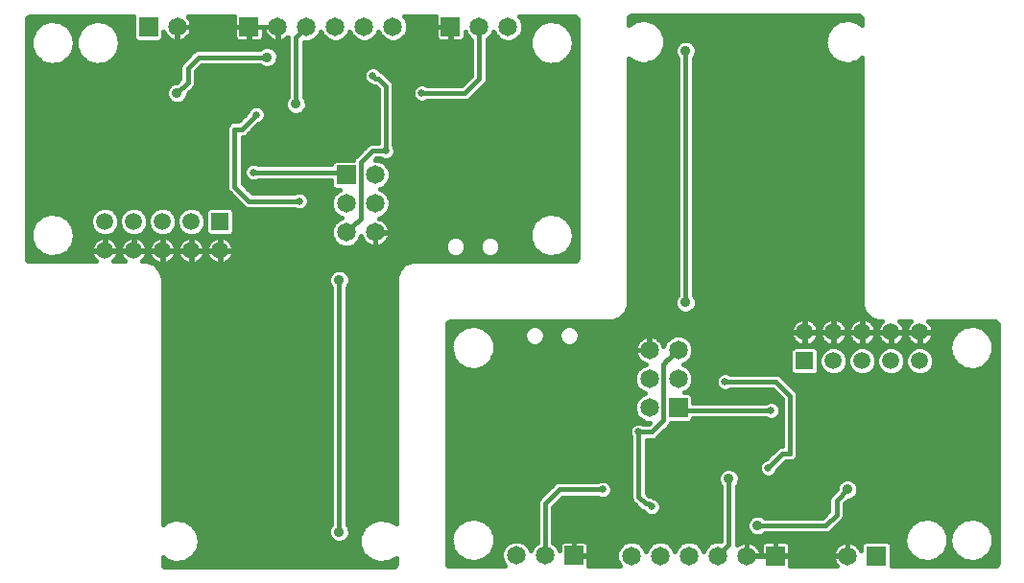
<source format=gbl>
%MOIN*%
%OFA0B0*%
%FSLAX25Y25*%
%IPPOS*%
%LPD*%
%AMOC8*
5,1,8,0,0,$1,22.5*%
%AMOC80*
5,1,8,0,0,$1,-157.5*%
%AMREC10*
4,1,3,
0.029684999999999996,0.029685000000000007,
-0.029685000000000007,0.029684999999999996,
-0.029684999999999996,-0.029685000000000007,
0.029685000000000007,-0.029684999999999996,
0*%
%AMREC20*
4,1,3,
0.0325,0.032500000000000008,
-0.032500000000000008,0.0325,
-0.0325,-0.032500000000000008,
0.032500000000000008,-0.0325,
0*%
%ADD10R,0.05937X0.05937*%
%ADD11C,0.05937*%
%ADD12R,0.065X0.065*%
%ADD13C,0.065*%
%ADD14C,0.03562*%
%ADD15C,0.016*%
%ADD16C,0.02578*%
%AMCOMP37*
4,1,3,
0.029684999999999996,0.029685000000000007,
-0.029685000000000007,0.029684999999999996,
-0.029684999999999996,-0.029685000000000007,
0.029685000000000007,-0.029684999999999996,
0*%
%ADD27COMP37*%
%ADD28C,0.05937*%
%AMCOMP38*
4,1,3,
0.0325,0.032500000000000008,
-0.032500000000000008,0.0325,
-0.0325,-0.032500000000000008,
0.032500000000000008,-0.0325,
0*%
%ADD29COMP38*%
%ADD30C,0.065*%
%ADD31C,0.03562*%
%ADD32C,0.016*%
%ADD33C,0.02578*%
G75*
%LPD*%
D10*
X0003937Y0003937D02*
X0075637Y0128536D03*
D11*
X0075637Y0118537D03*
X0065637Y0118537D03*
X0065637Y0128536D03*
X0055637Y0128536D03*
X0055637Y0118537D03*
X0045637Y0118537D03*
X0045637Y0128536D03*
X0035637Y0128536D03*
X0035637Y0118537D03*
D12*
X0050791Y0196302D03*
X0085758Y0196274D03*
X0119540Y0144791D03*
X0155727Y0196229D03*
D13*
X0165727Y0196229D03*
X0175727Y0196229D03*
X0135758Y0196274D03*
X0125757Y0196274D03*
X0115758Y0196274D03*
X0105758Y0196274D03*
X0095758Y0196274D03*
X0060790Y0196302D03*
X0119540Y0134791D03*
X0129540Y0134791D03*
X0129540Y0144791D03*
X0129540Y0124791D03*
X0119540Y0124791D03*
D14*
X0116987Y0108237D03*
X0131987Y0101987D03*
X0101987Y0169487D03*
X0091987Y0185737D03*
X0060737Y0173237D03*
X0125737Y0030736D03*
X0116987Y0020737D03*
X0080737Y0015737D03*
D15*
X0055781Y0009674D02*
X0055803Y0009452D01*
X0055972Y0009042D01*
X0056286Y0008729D01*
X0056696Y0008559D01*
X0056918Y0008537D01*
X0135658Y0008537D01*
X0135880Y0008559D01*
X0136290Y0008729D01*
X0136604Y0009042D01*
X0136773Y0009452D01*
X0136795Y0009674D01*
X0136795Y0011668D01*
X0134132Y0010130D01*
X0134132Y0010130D01*
X0130905Y0009791D01*
X0130905Y0009791D01*
X0127821Y0010792D01*
X0127821Y0010792D01*
X0125411Y0012963D01*
X0125411Y0012963D01*
X0124092Y0015926D01*
X0124092Y0019170D01*
X0125411Y0022133D01*
X0125411Y0022133D01*
X0127821Y0024302D01*
X0127821Y0024302D01*
X0130905Y0025305D01*
X0130905Y0025305D01*
X0134132Y0024966D01*
X0134132Y0024966D01*
X0136795Y0023428D01*
X0136795Y0109439D01*
X0137821Y0111915D01*
X0137821Y0111915D01*
X0139716Y0113811D01*
X0139716Y0113811D01*
X0142192Y0114836D01*
X0198650Y0114836D01*
X0198871Y0114858D01*
X0199282Y0115028D01*
X0199596Y0115341D01*
X0199766Y0115751D01*
X0199787Y0115973D01*
X0199787Y0198650D01*
X0199766Y0198871D01*
X0199596Y0199282D01*
X0199282Y0199596D01*
X0198871Y0199766D01*
X0198650Y0199787D01*
X0179593Y0199787D01*
X0180177Y0199203D01*
X0180977Y0197273D01*
X0180977Y0195185D01*
X0180177Y0193255D01*
X0178701Y0191777D01*
X0176770Y0190979D01*
X0174682Y0190979D01*
X0172753Y0191777D01*
X0171276Y0193255D01*
X0170727Y0194580D01*
X0170177Y0193255D01*
X0168701Y0191777D01*
X0168527Y0191706D01*
X0168527Y0178818D01*
X0168537Y0178794D01*
X0168537Y0177680D01*
X0168111Y0176651D01*
X0167323Y0175863D01*
X0162323Y0170863D01*
X0161294Y0170437D01*
X0147572Y0170437D01*
X0146390Y0169948D01*
X0145083Y0169948D01*
X0143874Y0170449D01*
X0142949Y0171374D01*
X0142448Y0172583D01*
X0142448Y0173891D01*
X0142949Y0175100D01*
X0143874Y0176025D01*
X0145083Y0176526D01*
X0146390Y0176526D01*
X0147572Y0176037D01*
X0159577Y0176037D01*
X0162927Y0179387D01*
X0162927Y0191706D01*
X0162753Y0191777D01*
X0161276Y0193255D01*
X0160777Y0194461D01*
X0160777Y0192742D01*
X0160654Y0192284D01*
X0160417Y0191874D01*
X0160082Y0191538D01*
X0159672Y0191302D01*
X0159214Y0191179D01*
X0155802Y0191179D01*
X0155802Y0196154D01*
X0155652Y0196154D01*
X0155652Y0191179D01*
X0152240Y0191179D01*
X0151782Y0191302D01*
X0151372Y0191538D01*
X0151036Y0191874D01*
X0150799Y0192284D01*
X0150677Y0192742D01*
X0150677Y0196154D01*
X0155652Y0196154D01*
X0155652Y0196304D01*
X0150677Y0196304D01*
X0150677Y0199716D01*
X0150696Y0199787D01*
X0139670Y0199787D01*
X0140209Y0199249D01*
X0141008Y0197319D01*
X0141008Y0195229D01*
X0140209Y0193301D01*
X0138732Y0191824D01*
X0136803Y0191025D01*
X0134713Y0191025D01*
X0132784Y0191824D01*
X0131308Y0193301D01*
X0130758Y0194627D01*
X0130209Y0193301D01*
X0128732Y0191824D01*
X0126802Y0191025D01*
X0124713Y0191025D01*
X0122784Y0191824D01*
X0121308Y0193301D01*
X0120758Y0194627D01*
X0120209Y0193301D01*
X0118732Y0191824D01*
X0116802Y0191025D01*
X0114714Y0191025D01*
X0112784Y0191824D01*
X0111308Y0193301D01*
X0110758Y0194627D01*
X0110209Y0193301D01*
X0108732Y0191824D01*
X0106803Y0191025D01*
X0104787Y0191025D01*
X0104787Y0172034D01*
X0105192Y0171629D01*
X0105768Y0170238D01*
X0105768Y0168735D01*
X0105192Y0167345D01*
X0104129Y0166282D01*
X0102739Y0165706D01*
X0101235Y0165706D01*
X0099845Y0166282D01*
X0098782Y0167345D01*
X0098206Y0168735D01*
X0098206Y0170238D01*
X0098782Y0171629D01*
X0099187Y0172034D01*
X0099187Y0192562D01*
X0099048Y0192423D01*
X0098405Y0191956D01*
X0097697Y0191595D01*
X0096941Y0191349D01*
X0096156Y0191225D01*
X0095833Y0191225D01*
X0095833Y0196200D01*
X0095683Y0196200D01*
X0090707Y0196200D01*
X0085833Y0196200D01*
X0085833Y0191225D01*
X0089245Y0191225D01*
X0089703Y0191347D01*
X0090113Y0191584D01*
X0090449Y0191920D01*
X0090686Y0192330D01*
X0090808Y0192788D01*
X0090808Y0195246D01*
X0090833Y0195092D01*
X0091078Y0194336D01*
X0091439Y0193628D01*
X0091906Y0192985D01*
X0092468Y0192423D01*
X0093111Y0191956D01*
X0093820Y0191595D01*
X0094576Y0191349D01*
X0095360Y0191225D01*
X0095683Y0191225D01*
X0095683Y0196200D01*
X0095683Y0196350D01*
X0085833Y0196350D01*
X0085833Y0196200D01*
X0085683Y0196200D01*
X0080707Y0196200D01*
X0080707Y0192788D01*
X0080830Y0192330D01*
X0081068Y0191920D01*
X0081403Y0191584D01*
X0081813Y0191347D01*
X0082271Y0191225D01*
X0085683Y0191225D01*
X0085683Y0196200D01*
X0085683Y0196350D01*
X0080707Y0196350D01*
X0080707Y0199762D01*
X0080715Y0199787D01*
X0064446Y0199787D01*
X0064642Y0199591D01*
X0065110Y0198948D01*
X0065471Y0198240D01*
X0065716Y0197483D01*
X0065841Y0196699D01*
X0065841Y0196377D01*
X0060866Y0196377D01*
X0060866Y0196227D01*
X0065841Y0196227D01*
X0065841Y0195904D01*
X0065716Y0195119D01*
X0065471Y0194363D01*
X0065110Y0193655D01*
X0064642Y0193012D01*
X0064079Y0192450D01*
X0063437Y0191982D01*
X0062729Y0191622D01*
X0061973Y0191376D01*
X0061188Y0191252D01*
X0060866Y0191252D01*
X0060866Y0196226D01*
X0060716Y0196226D01*
X0060716Y0191252D01*
X0060393Y0191252D01*
X0059608Y0191376D01*
X0058852Y0191622D01*
X0058143Y0191982D01*
X0057501Y0192450D01*
X0056938Y0193012D01*
X0056471Y0193655D01*
X0056111Y0194363D01*
X0056041Y0194578D01*
X0056041Y0192223D01*
X0054869Y0191052D01*
X0046712Y0191052D01*
X0045541Y0192223D01*
X0045541Y0199787D01*
X0009674Y0199787D01*
X0009452Y0199766D01*
X0009042Y0199596D01*
X0008729Y0199282D01*
X0008559Y0198871D01*
X0008537Y0198650D01*
X0008537Y0115973D01*
X0008559Y0115751D01*
X0008729Y0115341D01*
X0009042Y0115028D01*
X0009452Y0114858D01*
X0009674Y0114836D01*
X0032618Y0114836D01*
X0032531Y0114900D01*
X0032000Y0115431D01*
X0031559Y0116038D01*
X0031218Y0116707D01*
X0030986Y0117419D01*
X0030868Y0118161D01*
X0030868Y0118353D01*
X0035453Y0118353D01*
X0035453Y0118721D01*
X0030868Y0118721D01*
X0030868Y0118912D01*
X0030986Y0119654D01*
X0031218Y0120367D01*
X0031559Y0121036D01*
X0032000Y0121642D01*
X0032531Y0122174D01*
X0033138Y0122615D01*
X0033807Y0122956D01*
X0034520Y0123188D01*
X0035262Y0123305D01*
X0035453Y0123305D01*
X0035453Y0118721D01*
X0035821Y0118721D01*
X0035821Y0123305D01*
X0036012Y0123305D01*
X0036754Y0123188D01*
X0037467Y0122956D01*
X0038136Y0122615D01*
X0038743Y0122174D01*
X0039274Y0121642D01*
X0039715Y0121036D01*
X0040056Y0120367D01*
X0040288Y0119654D01*
X0040405Y0118912D01*
X0040405Y0118721D01*
X0035821Y0118721D01*
X0035821Y0118353D01*
X0040405Y0118353D01*
X0040405Y0118161D01*
X0040288Y0117419D01*
X0040056Y0116707D01*
X0039715Y0116038D01*
X0039274Y0115431D01*
X0038743Y0114900D01*
X0038656Y0114836D01*
X0042618Y0114836D01*
X0042531Y0114900D01*
X0042000Y0115431D01*
X0041558Y0116038D01*
X0041218Y0116707D01*
X0040986Y0117419D01*
X0040868Y0118161D01*
X0040868Y0118353D01*
X0045453Y0118353D01*
X0045453Y0118721D01*
X0040868Y0118721D01*
X0040868Y0118912D01*
X0040986Y0119654D01*
X0041218Y0120367D01*
X0041558Y0121036D01*
X0042000Y0121642D01*
X0042531Y0122174D01*
X0043138Y0122615D01*
X0043807Y0122956D01*
X0044520Y0123188D01*
X0045262Y0123305D01*
X0045453Y0123305D01*
X0045453Y0118721D01*
X0045821Y0118721D01*
X0045821Y0123305D01*
X0046012Y0123305D01*
X0046754Y0123188D01*
X0047467Y0122956D01*
X0048135Y0122615D01*
X0048743Y0122174D01*
X0049274Y0121642D01*
X0049715Y0121036D01*
X0050056Y0120367D01*
X0050288Y0119654D01*
X0050405Y0118912D01*
X0050405Y0118721D01*
X0045821Y0118721D01*
X0045821Y0118353D01*
X0050405Y0118353D01*
X0050405Y0118161D01*
X0050288Y0117419D01*
X0050056Y0116707D01*
X0049715Y0116038D01*
X0049274Y0115431D01*
X0048743Y0114900D01*
X0048656Y0114836D01*
X0050383Y0114836D01*
X0052859Y0113811D01*
X0052859Y0113811D01*
X0054755Y0111915D01*
X0054755Y0111915D01*
X0055781Y0109439D01*
X0055781Y0023246D01*
X0056955Y0024302D01*
X0056955Y0024302D01*
X0060040Y0025305D01*
X0060040Y0025305D01*
X0063265Y0024966D01*
X0063265Y0024966D01*
X0066074Y0023345D01*
X0066074Y0023345D01*
X0066074Y0023345D01*
X0067981Y0020721D01*
X0067981Y0020721D01*
X0068655Y0017548D01*
X0068655Y0017548D01*
X0067981Y0014374D01*
X0066074Y0011752D01*
X0066074Y0011751D01*
X0063265Y0010130D01*
X0060040Y0009791D01*
X0060040Y0009791D01*
X0056955Y0010792D01*
X0056955Y0010792D01*
X0055781Y0011850D01*
X0055781Y0009674D01*
X0056081Y0008934D02*
X0136495Y0008934D01*
X0136795Y0010532D02*
X0134828Y0010532D01*
X0128622Y0010532D02*
X0063963Y0010532D01*
X0066350Y0012131D02*
X0126335Y0012131D01*
X0125069Y0013730D02*
X0067511Y0013730D01*
X0068183Y0015328D02*
X0124357Y0015328D01*
X0124092Y0016927D02*
X0068523Y0016927D01*
X0068447Y0018524D02*
X0113852Y0018524D01*
X0113782Y0018595D02*
X0114845Y0017532D01*
X0116235Y0016956D01*
X0117739Y0016956D01*
X0119129Y0017532D01*
X0120192Y0018595D01*
X0120768Y0019985D01*
X0120768Y0021489D01*
X0120192Y0022879D01*
X0119787Y0023284D01*
X0119787Y0105690D01*
X0120192Y0106095D01*
X0120768Y0107485D01*
X0120768Y0108989D01*
X0120192Y0110379D01*
X0119129Y0111442D01*
X0117739Y0112018D01*
X0116235Y0112018D01*
X0114845Y0111442D01*
X0113782Y0110379D01*
X0113206Y0108989D01*
X0113206Y0107485D01*
X0113782Y0106095D01*
X0114187Y0105690D01*
X0114187Y0023284D01*
X0113782Y0022879D01*
X0113206Y0021489D01*
X0113206Y0019985D01*
X0113782Y0018595D01*
X0113206Y0020124D02*
X0068108Y0020124D01*
X0067252Y0021722D02*
X0113301Y0021722D01*
X0114187Y0023321D02*
X0066092Y0023321D01*
X0063347Y0024919D02*
X0114187Y0024919D01*
X0114187Y0026518D02*
X0055781Y0026518D01*
X0055781Y0028116D02*
X0114187Y0028116D01*
X0114187Y0029715D02*
X0055781Y0029715D01*
X0055781Y0031313D02*
X0114187Y0031313D01*
X0114187Y0032912D02*
X0055781Y0032912D01*
X0055781Y0034510D02*
X0114187Y0034510D01*
X0114187Y0036109D02*
X0055781Y0036109D01*
X0055781Y0037706D02*
X0114187Y0037706D01*
X0114187Y0039306D02*
X0055781Y0039306D01*
X0055781Y0040904D02*
X0114187Y0040904D01*
X0114187Y0042503D02*
X0055781Y0042503D01*
X0055781Y0044101D02*
X0114187Y0044101D01*
X0114187Y0045700D02*
X0055781Y0045700D01*
X0055781Y0047298D02*
X0114187Y0047298D01*
X0114187Y0048897D02*
X0055781Y0048897D01*
X0055781Y0050495D02*
X0114187Y0050495D01*
X0114187Y0052093D02*
X0055781Y0052093D01*
X0055781Y0053691D02*
X0114187Y0053691D01*
X0114187Y0055291D02*
X0055781Y0055291D01*
X0055781Y0056889D02*
X0114187Y0056889D01*
X0114187Y0058487D02*
X0055781Y0058487D01*
X0055781Y0060085D02*
X0114187Y0060085D01*
X0114187Y0061685D02*
X0055781Y0061685D01*
X0055781Y0063282D02*
X0114187Y0063282D01*
X0114187Y0064881D02*
X0055781Y0064881D01*
X0055781Y0066480D02*
X0114187Y0066480D01*
X0114187Y0068079D02*
X0055781Y0068079D01*
X0055781Y0069677D02*
X0114187Y0069677D01*
X0114187Y0071275D02*
X0055781Y0071275D01*
X0055781Y0072874D02*
X0114187Y0072874D01*
X0114187Y0074473D02*
X0055781Y0074473D01*
X0055781Y0076071D02*
X0114187Y0076071D01*
X0114187Y0077670D02*
X0055781Y0077670D01*
X0055781Y0079269D02*
X0114187Y0079269D01*
X0114187Y0080867D02*
X0055781Y0080867D01*
X0055781Y0082466D02*
X0114187Y0082466D01*
X0114187Y0084064D02*
X0055781Y0084064D01*
X0055781Y0085663D02*
X0114187Y0085663D01*
X0114187Y0087261D02*
X0055781Y0087261D01*
X0055781Y0088860D02*
X0114187Y0088860D01*
X0114187Y0090458D02*
X0055781Y0090458D01*
X0055781Y0092057D02*
X0114187Y0092057D01*
X0114187Y0093654D02*
X0055781Y0093654D01*
X0055781Y0095254D02*
X0114187Y0095254D01*
X0114187Y0096852D02*
X0055781Y0096852D01*
X0055781Y0098451D02*
X0114187Y0098451D01*
X0114187Y0100049D02*
X0055781Y0100049D01*
X0055781Y0101648D02*
X0114187Y0101648D01*
X0114187Y0103246D02*
X0055781Y0103246D01*
X0055781Y0104845D02*
X0114187Y0104845D01*
X0113637Y0106443D02*
X0055781Y0106443D01*
X0055781Y0108042D02*
X0113206Y0108042D01*
X0113476Y0109640D02*
X0055698Y0109640D01*
X0055035Y0111239D02*
X0114641Y0111239D01*
X0116987Y0108237D02*
X0116987Y0020737D01*
X0119787Y0023321D02*
X0126730Y0023321D01*
X0125228Y0021722D02*
X0120672Y0021722D01*
X0120768Y0020124D02*
X0124516Y0020124D01*
X0124092Y0018524D02*
X0120122Y0018524D01*
X0119787Y0024919D02*
X0129717Y0024919D01*
X0134213Y0024919D02*
X0136795Y0024919D01*
X0136795Y0026518D02*
X0119787Y0026518D01*
X0119787Y0028116D02*
X0136795Y0028116D01*
X0136795Y0029715D02*
X0119787Y0029715D01*
X0119787Y0031313D02*
X0136795Y0031313D01*
X0136795Y0032912D02*
X0119787Y0032912D01*
X0119787Y0034510D02*
X0136795Y0034510D01*
X0136795Y0036109D02*
X0119787Y0036109D01*
X0119787Y0037706D02*
X0136795Y0037706D01*
X0136795Y0039306D02*
X0119787Y0039306D01*
X0119787Y0040904D02*
X0136795Y0040904D01*
X0136795Y0042503D02*
X0119787Y0042503D01*
X0119787Y0044101D02*
X0136795Y0044101D01*
X0136795Y0045700D02*
X0119787Y0045700D01*
X0119787Y0047298D02*
X0136795Y0047298D01*
X0136795Y0048897D02*
X0119787Y0048897D01*
X0119787Y0050495D02*
X0136795Y0050495D01*
X0136795Y0052093D02*
X0119787Y0052093D01*
X0119787Y0053691D02*
X0136795Y0053691D01*
X0136795Y0055291D02*
X0119787Y0055291D01*
X0119787Y0056889D02*
X0136795Y0056889D01*
X0136795Y0058487D02*
X0119787Y0058487D01*
X0119787Y0060085D02*
X0136795Y0060085D01*
X0136795Y0061685D02*
X0119787Y0061685D01*
X0119787Y0063282D02*
X0136795Y0063282D01*
X0136795Y0064881D02*
X0119787Y0064881D01*
X0119787Y0066480D02*
X0136795Y0066480D01*
X0136795Y0068079D02*
X0119787Y0068079D01*
X0119787Y0069677D02*
X0136795Y0069677D01*
X0136795Y0071275D02*
X0119787Y0071275D01*
X0119787Y0072874D02*
X0136795Y0072874D01*
X0136795Y0074473D02*
X0119787Y0074473D01*
X0119787Y0076071D02*
X0136795Y0076071D01*
X0136795Y0077670D02*
X0119787Y0077670D01*
X0119787Y0079269D02*
X0136795Y0079269D01*
X0136795Y0080867D02*
X0119787Y0080867D01*
X0119787Y0082466D02*
X0136795Y0082466D01*
X0136795Y0084064D02*
X0119787Y0084064D01*
X0119787Y0085663D02*
X0136795Y0085663D01*
X0136795Y0087261D02*
X0119787Y0087261D01*
X0119787Y0088860D02*
X0136795Y0088860D01*
X0136795Y0090458D02*
X0119787Y0090458D01*
X0119787Y0092057D02*
X0136795Y0092057D01*
X0136795Y0093654D02*
X0119787Y0093654D01*
X0119787Y0095254D02*
X0136795Y0095254D01*
X0136795Y0096852D02*
X0119787Y0096852D01*
X0119787Y0098451D02*
X0136795Y0098451D01*
X0136795Y0100049D02*
X0119787Y0100049D01*
X0119787Y0101648D02*
X0136795Y0101648D01*
X0136795Y0103246D02*
X0119787Y0103246D01*
X0119787Y0104845D02*
X0136795Y0104845D01*
X0136795Y0106443D02*
X0120337Y0106443D01*
X0120768Y0108042D02*
X0136795Y0108042D01*
X0136879Y0109640D02*
X0120498Y0109640D01*
X0119333Y0111239D02*
X0137541Y0111239D01*
X0138743Y0112837D02*
X0053834Y0112837D01*
X0054520Y0113886D02*
X0053807Y0114118D01*
X0053137Y0114459D01*
X0052531Y0114900D01*
X0052000Y0115431D01*
X0051559Y0116038D01*
X0051218Y0116707D01*
X0050986Y0117419D01*
X0050868Y0118161D01*
X0050868Y0118353D01*
X0055453Y0118353D01*
X0055821Y0118353D01*
X0055821Y0113768D01*
X0056011Y0113768D01*
X0056754Y0113886D01*
X0057467Y0114118D01*
X0058136Y0114459D01*
X0058743Y0114900D01*
X0059274Y0115431D01*
X0059714Y0116038D01*
X0060056Y0116707D01*
X0060288Y0117419D01*
X0060405Y0118161D01*
X0060405Y0118353D01*
X0055821Y0118353D01*
X0055821Y0118721D01*
X0060405Y0118721D01*
X0060405Y0118912D01*
X0060288Y0119654D01*
X0060056Y0120367D01*
X0059714Y0121036D01*
X0059274Y0121642D01*
X0058743Y0122174D01*
X0058136Y0122615D01*
X0057467Y0122956D01*
X0056754Y0123188D01*
X0056011Y0123305D01*
X0055821Y0123305D01*
X0055821Y0118721D01*
X0055453Y0118721D01*
X0055453Y0118353D01*
X0055453Y0113768D01*
X0055262Y0113768D01*
X0054520Y0113886D01*
X0055453Y0114436D02*
X0055821Y0114436D01*
X0055821Y0116033D02*
X0055453Y0116033D01*
X0055453Y0117633D02*
X0055821Y0117633D01*
X0055453Y0118721D02*
X0050868Y0118721D01*
X0050868Y0118912D01*
X0050986Y0119654D01*
X0051218Y0120367D01*
X0051559Y0121036D01*
X0052000Y0121642D01*
X0052531Y0122174D01*
X0053137Y0122615D01*
X0053807Y0122956D01*
X0054520Y0123188D01*
X0055262Y0123305D01*
X0055453Y0123305D01*
X0055453Y0118721D01*
X0055453Y0119231D02*
X0055821Y0119231D01*
X0055821Y0120830D02*
X0055453Y0120830D01*
X0055453Y0122428D02*
X0055821Y0122428D01*
X0056625Y0123567D02*
X0054649Y0123567D01*
X0052823Y0124325D01*
X0051425Y0125723D01*
X0050668Y0127548D01*
X0050668Y0129525D01*
X0051425Y0131351D01*
X0052823Y0132749D01*
X0054649Y0133504D01*
X0056625Y0133504D01*
X0058451Y0132749D01*
X0059849Y0131351D01*
X0060605Y0129525D01*
X0060605Y0127548D01*
X0059849Y0125723D01*
X0058451Y0124325D01*
X0056625Y0123567D01*
X0057732Y0124027D02*
X0063542Y0124027D01*
X0062822Y0124325D02*
X0064649Y0123567D01*
X0066625Y0123567D01*
X0068451Y0124325D01*
X0069849Y0125723D01*
X0070605Y0127548D01*
X0070605Y0129525D01*
X0069849Y0131351D01*
X0068451Y0132749D01*
X0066625Y0133504D01*
X0064649Y0133504D01*
X0062822Y0132749D01*
X0061424Y0131351D01*
X0060668Y0129525D01*
X0060668Y0127548D01*
X0061424Y0125723D01*
X0062822Y0124325D01*
X0063807Y0122956D02*
X0063138Y0122615D01*
X0062531Y0122174D01*
X0062000Y0121642D01*
X0061559Y0121036D01*
X0061217Y0120367D01*
X0060985Y0119654D01*
X0060868Y0118912D01*
X0060868Y0118721D01*
X0065452Y0118721D01*
X0065452Y0118353D01*
X0065821Y0118353D01*
X0065821Y0113768D01*
X0066012Y0113768D01*
X0066754Y0113886D01*
X0067467Y0114118D01*
X0068136Y0114459D01*
X0068742Y0114900D01*
X0069274Y0115431D01*
X0069715Y0116038D01*
X0070055Y0116707D01*
X0070288Y0117419D01*
X0070405Y0118161D01*
X0070405Y0118353D01*
X0065821Y0118353D01*
X0065821Y0118721D01*
X0070405Y0118721D01*
X0070405Y0118912D01*
X0070288Y0119654D01*
X0070055Y0120367D01*
X0069715Y0121036D01*
X0069274Y0121642D01*
X0068742Y0122174D01*
X0068136Y0122615D01*
X0067467Y0122956D01*
X0066754Y0123188D01*
X0066012Y0123305D01*
X0065821Y0123305D01*
X0065821Y0118721D01*
X0065452Y0118721D01*
X0065452Y0123305D01*
X0065262Y0123305D01*
X0064520Y0123188D01*
X0063807Y0122956D01*
X0062880Y0122428D02*
X0058394Y0122428D01*
X0059821Y0120830D02*
X0061453Y0120830D01*
X0060919Y0119231D02*
X0060355Y0119231D01*
X0060868Y0118353D02*
X0060868Y0118161D01*
X0060985Y0117419D01*
X0061217Y0116707D01*
X0061559Y0116038D01*
X0062000Y0115431D01*
X0062531Y0114900D01*
X0063138Y0114459D01*
X0063807Y0114118D01*
X0064520Y0113886D01*
X0065262Y0113768D01*
X0065452Y0113768D01*
X0065452Y0118353D01*
X0060868Y0118353D01*
X0060951Y0117633D02*
X0060322Y0117633D01*
X0059713Y0116033D02*
X0061561Y0116033D01*
X0063183Y0114436D02*
X0058091Y0114436D01*
X0053183Y0114436D02*
X0051351Y0114436D01*
X0051561Y0116033D02*
X0049712Y0116033D01*
X0050322Y0117633D02*
X0050952Y0117633D01*
X0050919Y0119231D02*
X0050355Y0119231D01*
X0049820Y0120830D02*
X0051453Y0120830D01*
X0052880Y0122428D02*
X0048393Y0122428D01*
X0047732Y0124027D02*
X0053542Y0124027D01*
X0051522Y0125625D02*
X0049752Y0125625D01*
X0049849Y0125723D02*
X0050605Y0127548D01*
X0050605Y0129525D01*
X0049849Y0131351D01*
X0048450Y0132749D01*
X0046625Y0133504D01*
X0044649Y0133504D01*
X0042823Y0132749D01*
X0041425Y0131351D01*
X0040668Y0129525D01*
X0040668Y0127548D01*
X0041425Y0125723D01*
X0042823Y0124325D01*
X0044649Y0123567D01*
X0046625Y0123567D01*
X0048450Y0124325D01*
X0049849Y0125723D01*
X0050471Y0127224D02*
X0050803Y0127224D01*
X0050668Y0128821D02*
X0050605Y0128821D01*
X0050234Y0130421D02*
X0051039Y0130421D01*
X0052093Y0132019D02*
X0049181Y0132019D01*
X0042093Y0132019D02*
X0039181Y0132019D01*
X0039849Y0131351D02*
X0038451Y0132749D01*
X0036625Y0133504D01*
X0034649Y0133504D01*
X0032823Y0132749D01*
X0031424Y0131351D01*
X0030668Y0129525D01*
X0030668Y0127548D01*
X0031424Y0125723D01*
X0032823Y0124325D01*
X0034649Y0123567D01*
X0036625Y0123567D01*
X0038451Y0124325D01*
X0039849Y0125723D01*
X0040605Y0127548D01*
X0040605Y0129525D01*
X0039849Y0131351D01*
X0040235Y0130421D02*
X0041039Y0130421D01*
X0040668Y0128821D02*
X0040605Y0128821D01*
X0040471Y0127224D02*
X0040803Y0127224D01*
X0041521Y0125625D02*
X0039752Y0125625D01*
X0037731Y0124027D02*
X0043542Y0124027D01*
X0042880Y0122428D02*
X0038394Y0122428D01*
X0039821Y0120830D02*
X0041453Y0120830D01*
X0040919Y0119231D02*
X0040355Y0119231D01*
X0040322Y0117633D02*
X0040952Y0117633D01*
X0041561Y0116033D02*
X0039713Y0116033D01*
X0035821Y0119231D02*
X0035453Y0119231D01*
X0035453Y0120830D02*
X0035821Y0120830D01*
X0035821Y0122428D02*
X0035453Y0122428D01*
X0033542Y0124027D02*
X0025310Y0124027D01*
X0025348Y0123847D02*
X0025348Y0123847D01*
X0024674Y0127019D01*
X0022767Y0129644D01*
X0019958Y0131265D01*
X0016733Y0131604D01*
X0016733Y0131604D01*
X0013647Y0130602D01*
X0011238Y0128431D01*
X0009918Y0125469D01*
X0009918Y0122225D01*
X0011238Y0119263D01*
X0013647Y0117092D01*
X0016733Y0116090D01*
X0019958Y0116429D01*
X0019958Y0116429D01*
X0022767Y0118051D01*
X0024674Y0120675D01*
X0025348Y0123847D01*
X0025046Y0122428D02*
X0032880Y0122428D01*
X0031452Y0120830D02*
X0024707Y0120830D01*
X0024674Y0120675D02*
X0024674Y0120675D01*
X0023625Y0119231D02*
X0030919Y0119231D01*
X0030952Y0117633D02*
X0022043Y0117633D01*
X0022767Y0118051D02*
X0022767Y0118051D01*
X0022767Y0118051D01*
X0016733Y0116090D02*
X0016733Y0116090D01*
X0013647Y0117092D02*
X0013647Y0117092D01*
X0013048Y0117633D02*
X0008537Y0117633D01*
X0008537Y0119231D02*
X0011272Y0119231D01*
X0011238Y0119263D02*
X0011238Y0119263D01*
X0011238Y0119263D01*
X0010540Y0120830D02*
X0008537Y0120830D01*
X0008537Y0122428D02*
X0009918Y0122428D01*
X0009918Y0124027D02*
X0008537Y0124027D01*
X0008537Y0125625D02*
X0009988Y0125625D01*
X0010700Y0127224D02*
X0008537Y0127224D01*
X0008537Y0128821D02*
X0011671Y0128821D01*
X0011238Y0128431D02*
X0011238Y0128431D01*
X0013447Y0130421D02*
X0008537Y0130421D01*
X0008537Y0132019D02*
X0032093Y0132019D01*
X0031039Y0130421D02*
X0021421Y0130421D01*
X0022767Y0129644D02*
X0022767Y0129644D01*
X0022767Y0129644D01*
X0023364Y0128821D02*
X0030668Y0128821D01*
X0030803Y0127224D02*
X0024525Y0127224D01*
X0024674Y0127019D02*
X0024674Y0127019D01*
X0024970Y0125625D02*
X0031522Y0125625D01*
X0031561Y0116033D02*
X0008537Y0116033D01*
X0013647Y0130602D02*
X0013647Y0130602D01*
X0008537Y0133618D02*
X0083896Y0133618D01*
X0084150Y0133363D02*
X0085180Y0132937D01*
X0101401Y0132937D01*
X0102583Y0132448D01*
X0103891Y0132448D01*
X0105100Y0132949D01*
X0106024Y0133874D01*
X0106526Y0135083D01*
X0106526Y0136391D01*
X0106024Y0137600D01*
X0105100Y0138525D01*
X0103891Y0139026D01*
X0102583Y0139026D01*
X0101401Y0138537D01*
X0086897Y0138537D01*
X0083537Y0141897D01*
X0083537Y0157937D01*
X0083794Y0157937D01*
X0084823Y0158363D01*
X0088920Y0162460D01*
X0090100Y0162949D01*
X0091025Y0163874D01*
X0091526Y0165083D01*
X0091526Y0166391D01*
X0091025Y0167600D01*
X0090100Y0168525D01*
X0088891Y0169026D01*
X0087583Y0169026D01*
X0086373Y0168525D01*
X0085449Y0167600D01*
X0084960Y0166419D01*
X0082077Y0163537D01*
X0080179Y0163537D01*
X0079151Y0163111D01*
X0078363Y0162323D01*
X0077936Y0161294D01*
X0077936Y0140180D01*
X0078363Y0139150D01*
X0079151Y0138362D01*
X0084150Y0133363D01*
X0082298Y0135216D02*
X0008537Y0135216D01*
X0008537Y0136815D02*
X0080699Y0136815D01*
X0079101Y0138413D02*
X0008537Y0138413D01*
X0008537Y0140012D02*
X0078007Y0140012D01*
X0077936Y0141610D02*
X0008537Y0141610D01*
X0008537Y0143209D02*
X0077936Y0143209D01*
X0077936Y0144807D02*
X0008537Y0144807D01*
X0008537Y0146406D02*
X0077936Y0146406D01*
X0077936Y0148005D02*
X0008537Y0148005D01*
X0008537Y0149603D02*
X0077936Y0149603D01*
X0077936Y0151202D02*
X0008537Y0151202D01*
X0008537Y0152800D02*
X0077936Y0152800D01*
X0077936Y0154399D02*
X0008537Y0154399D01*
X0008537Y0155997D02*
X0077936Y0155997D01*
X0077936Y0157596D02*
X0008537Y0157596D01*
X0008537Y0159194D02*
X0077936Y0159194D01*
X0077936Y0160793D02*
X0008537Y0160793D01*
X0008537Y0162391D02*
X0078431Y0162391D01*
X0080737Y0160737D02*
X0080737Y0140737D01*
X0085737Y0135736D01*
X0103237Y0135736D01*
X0105769Y0133618D02*
X0114343Y0133618D01*
X0114290Y0133746D02*
X0115089Y0131817D01*
X0116565Y0130339D01*
X0117892Y0129790D01*
X0116565Y0129241D01*
X0115089Y0127764D01*
X0114290Y0125835D01*
X0114290Y0123746D01*
X0115089Y0121817D01*
X0116565Y0120340D01*
X0118496Y0119541D01*
X0120584Y0119541D01*
X0122513Y0120340D01*
X0123991Y0121817D01*
X0124667Y0123448D01*
X0124860Y0122852D01*
X0125221Y0122144D01*
X0125688Y0121500D01*
X0126250Y0120939D01*
X0126892Y0120471D01*
X0127602Y0120110D01*
X0128358Y0119865D01*
X0129142Y0119741D01*
X0129465Y0119741D01*
X0129465Y0124715D01*
X0129614Y0124715D01*
X0129614Y0119741D01*
X0129938Y0119741D01*
X0130722Y0119865D01*
X0131479Y0120110D01*
X0132187Y0120471D01*
X0132830Y0120939D01*
X0133392Y0121500D01*
X0133859Y0122144D01*
X0134219Y0122852D01*
X0134465Y0123608D01*
X0134590Y0124393D01*
X0134590Y0124716D01*
X0129614Y0124716D01*
X0129614Y0124866D01*
X0134590Y0124866D01*
X0134590Y0125188D01*
X0134465Y0125973D01*
X0134219Y0126729D01*
X0133859Y0127437D01*
X0133392Y0128080D01*
X0132830Y0128641D01*
X0132187Y0129110D01*
X0131479Y0129470D01*
X0130883Y0129664D01*
X0132514Y0130339D01*
X0133991Y0131817D01*
X0134790Y0133746D01*
X0134790Y0135835D01*
X0133991Y0137764D01*
X0132514Y0139241D01*
X0131188Y0139790D01*
X0132514Y0140339D01*
X0133991Y0141816D01*
X0134790Y0143746D01*
X0134790Y0145835D01*
X0133991Y0147764D01*
X0132514Y0149241D01*
X0130583Y0150041D01*
X0129500Y0150041D01*
X0129897Y0150437D01*
X0131402Y0150437D01*
X0132583Y0149948D01*
X0133891Y0149948D01*
X0135100Y0150449D01*
X0136025Y0151374D01*
X0136526Y0152583D01*
X0136526Y0153891D01*
X0136037Y0155072D01*
X0136037Y0176294D01*
X0135611Y0177323D01*
X0132322Y0180611D01*
X0131605Y0180908D01*
X0131525Y0181100D01*
X0130599Y0182024D01*
X0129390Y0182526D01*
X0128082Y0182526D01*
X0126874Y0182024D01*
X0125949Y0181100D01*
X0125448Y0179891D01*
X0125448Y0178583D01*
X0125949Y0177374D01*
X0126874Y0176449D01*
X0128053Y0175960D01*
X0128150Y0175863D01*
X0129180Y0175437D01*
X0129576Y0175437D01*
X0130437Y0174577D01*
X0130437Y0156037D01*
X0128179Y0156037D01*
X0127150Y0155611D01*
X0126363Y0154823D01*
X0123151Y0151611D01*
X0122363Y0150823D01*
X0122039Y0150041D01*
X0115462Y0150041D01*
X0114290Y0148869D01*
X0114290Y0148537D01*
X0089072Y0148537D01*
X0087891Y0149025D01*
X0086583Y0149025D01*
X0085374Y0148525D01*
X0084449Y0147599D01*
X0083948Y0146390D01*
X0083948Y0145083D01*
X0084449Y0143874D01*
X0085374Y0142949D01*
X0086583Y0142448D01*
X0087891Y0142448D01*
X0089072Y0142936D01*
X0114290Y0142936D01*
X0114290Y0140711D01*
X0115462Y0139541D01*
X0117289Y0139541D01*
X0116565Y0139241D01*
X0115089Y0137764D01*
X0114290Y0135835D01*
X0114290Y0133746D01*
X0114290Y0135216D02*
X0106526Y0135216D01*
X0106349Y0136815D02*
X0114696Y0136815D01*
X0115738Y0138413D02*
X0105212Y0138413D01*
X0114290Y0141610D02*
X0083823Y0141610D01*
X0083537Y0143209D02*
X0085114Y0143209D01*
X0084062Y0144807D02*
X0083537Y0144807D01*
X0083537Y0146406D02*
X0083953Y0146406D01*
X0083537Y0148005D02*
X0084853Y0148005D01*
X0083537Y0149603D02*
X0115024Y0149603D01*
X0118594Y0145737D02*
X0119540Y0144791D01*
X0118594Y0145737D02*
X0087237Y0145737D01*
X0085422Y0140012D02*
X0114989Y0140012D01*
X0115005Y0132019D02*
X0080605Y0132019D01*
X0080605Y0132334D02*
X0079434Y0133504D01*
X0071840Y0133504D01*
X0070668Y0132334D01*
X0070668Y0124740D01*
X0071840Y0123567D01*
X0079434Y0123567D01*
X0080605Y0124740D01*
X0080605Y0132334D01*
X0080605Y0130421D02*
X0116485Y0130421D01*
X0116147Y0128821D02*
X0080605Y0128821D01*
X0080605Y0127224D02*
X0114866Y0127224D01*
X0114290Y0125625D02*
X0080605Y0125625D01*
X0079892Y0124027D02*
X0114290Y0124027D01*
X0114836Y0122428D02*
X0078394Y0122428D01*
X0078136Y0122615D02*
X0077467Y0122956D01*
X0076754Y0123188D01*
X0076012Y0123305D01*
X0075821Y0123305D01*
X0075821Y0118721D01*
X0080405Y0118721D01*
X0080405Y0118912D01*
X0080288Y0119654D01*
X0080056Y0120367D01*
X0079715Y0121036D01*
X0079274Y0121642D01*
X0078743Y0122174D01*
X0078136Y0122615D01*
X0079821Y0120830D02*
X0116076Y0120830D01*
X0119540Y0124791D02*
X0122987Y0128237D01*
X0123237Y0128237D01*
X0124737Y0129736D01*
X0124737Y0149237D01*
X0128736Y0153236D01*
X0133236Y0153236D01*
X0133236Y0175737D01*
X0130736Y0178237D01*
X0129736Y0178237D01*
X0128736Y0179237D01*
X0126422Y0181572D02*
X0104787Y0181572D01*
X0104787Y0179975D02*
X0125482Y0179975D01*
X0125533Y0178375D02*
X0104787Y0178375D01*
X0104787Y0176778D02*
X0126545Y0176778D01*
X0129834Y0175178D02*
X0104787Y0175178D01*
X0104787Y0173581D02*
X0130437Y0173581D01*
X0130437Y0171981D02*
X0104839Y0171981D01*
X0105708Y0170384D02*
X0130437Y0170384D01*
X0130437Y0168785D02*
X0105768Y0168785D01*
X0105034Y0167187D02*
X0130437Y0167187D01*
X0130437Y0165588D02*
X0091526Y0165588D01*
X0091196Y0167187D02*
X0098940Y0167187D01*
X0098206Y0168785D02*
X0089473Y0168785D01*
X0087001Y0168785D02*
X0008537Y0168785D01*
X0008537Y0167187D02*
X0085277Y0167187D01*
X0084128Y0165588D02*
X0008537Y0165588D01*
X0008537Y0163990D02*
X0082530Y0163990D01*
X0083237Y0160737D02*
X0080737Y0160737D01*
X0083237Y0160737D02*
X0088237Y0165737D01*
X0091073Y0163990D02*
X0130437Y0163990D01*
X0130437Y0162391D02*
X0088851Y0162391D01*
X0087252Y0160793D02*
X0130437Y0160793D01*
X0130437Y0159194D02*
X0085654Y0159194D01*
X0083537Y0157596D02*
X0130437Y0157596D01*
X0128084Y0155997D02*
X0083537Y0155997D01*
X0083537Y0154399D02*
X0125939Y0154399D01*
X0124340Y0152800D02*
X0083537Y0152800D01*
X0083537Y0151202D02*
X0122742Y0151202D01*
X0131641Y0149603D02*
X0199787Y0149603D01*
X0199787Y0148005D02*
X0133751Y0148005D01*
X0134554Y0146406D02*
X0199787Y0146406D01*
X0199787Y0144807D02*
X0134790Y0144807D01*
X0134568Y0143209D02*
X0199787Y0143209D01*
X0199787Y0141610D02*
X0133785Y0141610D01*
X0131722Y0140012D02*
X0199787Y0140012D01*
X0199787Y0138413D02*
X0133342Y0138413D01*
X0134384Y0136815D02*
X0199787Y0136815D01*
X0199787Y0135216D02*
X0134790Y0135216D01*
X0134737Y0133618D02*
X0199787Y0133618D01*
X0199787Y0132019D02*
X0134075Y0132019D01*
X0132595Y0130421D02*
X0186675Y0130421D01*
X0186875Y0130602D02*
X0184466Y0128431D01*
X0183147Y0125469D01*
X0183147Y0122225D01*
X0184466Y0119263D01*
X0184466Y0119263D01*
X0186875Y0117092D01*
X0189961Y0116090D01*
X0189961Y0116090D01*
X0193187Y0116429D01*
X0195995Y0118051D01*
X0197902Y0120675D01*
X0198576Y0123847D01*
X0197902Y0127019D01*
X0195995Y0129644D01*
X0195995Y0129644D01*
X0193187Y0131265D01*
X0193187Y0131265D01*
X0189961Y0131604D01*
X0186875Y0130602D01*
X0186875Y0130602D01*
X0186875Y0130602D01*
X0184900Y0128821D02*
X0132582Y0128821D01*
X0133968Y0127224D02*
X0183928Y0127224D01*
X0183215Y0125625D02*
X0134521Y0125625D01*
X0134532Y0124027D02*
X0183147Y0124027D01*
X0183147Y0122428D02*
X0171905Y0122428D01*
X0171445Y0122888D02*
X0170121Y0123435D01*
X0168689Y0123435D01*
X0167366Y0122888D01*
X0166354Y0121875D01*
X0165806Y0120551D01*
X0165806Y0119120D01*
X0166354Y0117797D01*
X0167366Y0116784D01*
X0168689Y0116236D01*
X0170121Y0116236D01*
X0171445Y0116784D01*
X0172457Y0117797D01*
X0173005Y0119120D01*
X0173005Y0120551D01*
X0172457Y0121875D01*
X0171445Y0122888D01*
X0172891Y0120830D02*
X0183768Y0120830D01*
X0184501Y0119231D02*
X0173005Y0119231D01*
X0172293Y0117633D02*
X0186275Y0117633D01*
X0186875Y0117092D02*
X0186875Y0117092D01*
X0193187Y0116429D02*
X0193187Y0116429D01*
X0195272Y0117633D02*
X0199787Y0117633D01*
X0199787Y0119231D02*
X0196852Y0119231D01*
X0195995Y0118051D02*
X0195995Y0118051D01*
X0195995Y0118051D01*
X0197902Y0120675D02*
X0197902Y0120675D01*
X0197935Y0120830D02*
X0199787Y0120830D01*
X0199787Y0122428D02*
X0198275Y0122428D01*
X0198538Y0124027D02*
X0199787Y0124027D01*
X0199787Y0125625D02*
X0198198Y0125625D01*
X0197902Y0127019D02*
X0197902Y0127019D01*
X0197754Y0127224D02*
X0199787Y0127224D01*
X0199787Y0128821D02*
X0196592Y0128821D01*
X0194649Y0130421D02*
X0199787Y0130421D01*
X0189961Y0131604D02*
X0189961Y0131604D01*
X0199787Y0116033D02*
X0079713Y0116033D01*
X0079715Y0116038D02*
X0080056Y0116707D01*
X0080288Y0117419D01*
X0080405Y0118161D01*
X0080405Y0118353D01*
X0075821Y0118353D01*
X0075821Y0113768D01*
X0076012Y0113768D01*
X0076754Y0113886D01*
X0077467Y0114118D01*
X0078136Y0114459D01*
X0078743Y0114900D01*
X0079274Y0115431D01*
X0079715Y0116038D01*
X0080322Y0117633D02*
X0154518Y0117633D01*
X0154354Y0117797D02*
X0155366Y0116784D01*
X0156689Y0116236D01*
X0158122Y0116236D01*
X0159445Y0116784D01*
X0160457Y0117797D01*
X0161005Y0119120D01*
X0161005Y0120551D01*
X0160457Y0121875D01*
X0159445Y0122888D01*
X0158122Y0123435D01*
X0156689Y0123435D01*
X0155366Y0122888D01*
X0154354Y0121875D01*
X0153806Y0120551D01*
X0153806Y0119120D01*
X0154354Y0117797D01*
X0153806Y0119231D02*
X0080355Y0119231D01*
X0078090Y0114436D02*
X0141225Y0114436D01*
X0132680Y0120830D02*
X0153920Y0120830D01*
X0154906Y0122428D02*
X0134004Y0122428D01*
X0129614Y0122428D02*
X0129465Y0122428D01*
X0129465Y0120830D02*
X0129614Y0120830D01*
X0129614Y0124027D02*
X0129465Y0124027D01*
X0126399Y0120830D02*
X0123004Y0120830D01*
X0124244Y0122428D02*
X0125076Y0122428D01*
X0135853Y0151202D02*
X0199787Y0151202D01*
X0199787Y0152800D02*
X0136526Y0152800D01*
X0136316Y0154399D02*
X0199787Y0154399D01*
X0199787Y0155997D02*
X0136037Y0155997D01*
X0136037Y0157596D02*
X0199787Y0157596D01*
X0199787Y0159194D02*
X0136037Y0159194D01*
X0136037Y0160793D02*
X0199787Y0160793D01*
X0199787Y0162391D02*
X0136037Y0162391D01*
X0136037Y0163990D02*
X0199787Y0163990D01*
X0199787Y0165588D02*
X0136037Y0165588D01*
X0136037Y0167187D02*
X0199787Y0167187D01*
X0199787Y0168785D02*
X0136037Y0168785D01*
X0136037Y0170384D02*
X0144030Y0170384D01*
X0142697Y0171981D02*
X0136037Y0171981D01*
X0136037Y0173581D02*
X0142448Y0173581D01*
X0143027Y0175178D02*
X0136037Y0175178D01*
X0135837Y0176778D02*
X0160318Y0176778D01*
X0161916Y0178375D02*
X0134558Y0178375D01*
X0132959Y0179975D02*
X0162927Y0179975D01*
X0162927Y0181572D02*
X0131051Y0181572D01*
X0134377Y0191164D02*
X0127139Y0191164D01*
X0124377Y0191164D02*
X0117139Y0191164D01*
X0114377Y0191164D02*
X0107139Y0191164D01*
X0104787Y0189566D02*
X0162927Y0189566D01*
X0162927Y0191164D02*
X0137139Y0191164D01*
X0139671Y0192763D02*
X0150677Y0192763D01*
X0150677Y0194361D02*
X0140648Y0194361D01*
X0141008Y0195960D02*
X0150677Y0195960D01*
X0150677Y0197558D02*
X0140908Y0197558D01*
X0140247Y0199157D02*
X0150677Y0199157D01*
X0155652Y0195960D02*
X0155802Y0195960D01*
X0155802Y0194361D02*
X0155652Y0194361D01*
X0155652Y0192763D02*
X0155802Y0192763D01*
X0160777Y0192763D02*
X0161767Y0192763D01*
X0160818Y0194361D02*
X0160777Y0194361D01*
X0165727Y0196229D02*
X0165727Y0178247D01*
X0165737Y0178237D01*
X0160737Y0173237D01*
X0145737Y0173237D01*
X0147442Y0170384D02*
X0199787Y0170384D01*
X0199787Y0171981D02*
X0163441Y0171981D01*
X0165040Y0173581D02*
X0199787Y0173581D01*
X0199787Y0175178D02*
X0166638Y0175178D01*
X0168163Y0176778D02*
X0199787Y0176778D01*
X0199787Y0178375D02*
X0168537Y0178375D01*
X0168527Y0179975D02*
X0199787Y0179975D01*
X0199787Y0181572D02*
X0168527Y0181572D01*
X0168527Y0183172D02*
X0189491Y0183172D01*
X0189961Y0183018D02*
X0189961Y0183018D01*
X0193187Y0183358D01*
X0195995Y0184980D01*
X0197902Y0187604D01*
X0198576Y0190776D01*
X0197902Y0193949D01*
X0195995Y0196573D01*
X0195995Y0196573D01*
X0195995Y0196573D01*
X0193187Y0198195D01*
X0189961Y0198534D01*
X0186875Y0197531D01*
X0184466Y0195361D01*
X0183147Y0192397D01*
X0183147Y0189155D01*
X0184466Y0186192D01*
X0184466Y0186192D01*
X0186875Y0184021D01*
X0186875Y0184021D01*
X0189961Y0183018D01*
X0191414Y0183172D02*
X0199787Y0183172D01*
X0199787Y0184770D02*
X0195632Y0184770D01*
X0195995Y0184980D02*
X0195995Y0184980D01*
X0195995Y0184980D01*
X0197005Y0186369D02*
X0199787Y0186369D01*
X0199787Y0187967D02*
X0197979Y0187967D01*
X0197902Y0187604D02*
X0197902Y0187604D01*
X0198319Y0189566D02*
X0199787Y0189566D01*
X0199787Y0191164D02*
X0198494Y0191164D01*
X0198154Y0192763D02*
X0199787Y0192763D01*
X0199787Y0194361D02*
X0197602Y0194361D01*
X0197902Y0193949D02*
X0197902Y0193949D01*
X0196440Y0195960D02*
X0199787Y0195960D01*
X0199787Y0197558D02*
X0194289Y0197558D01*
X0193187Y0198195D02*
X0193187Y0198195D01*
X0189961Y0198534D02*
X0189961Y0198534D01*
X0186960Y0197558D02*
X0180859Y0197558D01*
X0180977Y0195960D02*
X0185131Y0195960D01*
X0184466Y0195361D02*
X0184466Y0195361D01*
X0184021Y0194361D02*
X0180636Y0194361D01*
X0179685Y0192763D02*
X0183309Y0192763D01*
X0183147Y0191164D02*
X0177218Y0191164D01*
X0174235Y0191164D02*
X0168527Y0191164D01*
X0168527Y0189566D02*
X0183147Y0189566D01*
X0183675Y0187967D02*
X0168527Y0187967D01*
X0168527Y0186369D02*
X0184387Y0186369D01*
X0186045Y0184770D02*
X0168527Y0184770D01*
X0162927Y0184770D02*
X0104787Y0184770D01*
X0104787Y0183172D02*
X0162927Y0183172D01*
X0162927Y0186369D02*
X0104787Y0186369D01*
X0104787Y0187967D02*
X0162927Y0187967D01*
X0169685Y0192763D02*
X0171768Y0192763D01*
X0170818Y0194361D02*
X0170636Y0194361D01*
X0180197Y0199157D02*
X0199648Y0199157D01*
X0186875Y0197531D02*
X0186875Y0197531D01*
X0193187Y0183358D02*
X0193187Y0183358D01*
X0166906Y0122428D02*
X0159905Y0122428D01*
X0160891Y0120830D02*
X0165920Y0120830D01*
X0165806Y0119231D02*
X0161005Y0119231D01*
X0160293Y0117633D02*
X0166518Y0117633D01*
X0131846Y0192763D02*
X0129671Y0192763D01*
X0130648Y0194361D02*
X0130867Y0194361D01*
X0121846Y0192763D02*
X0119671Y0192763D01*
X0120648Y0194361D02*
X0120868Y0194361D01*
X0111846Y0192763D02*
X0109671Y0192763D01*
X0110647Y0194361D02*
X0110868Y0194361D01*
X0105758Y0196274D02*
X0101987Y0192504D01*
X0101987Y0169487D01*
X0098266Y0170384D02*
X0063231Y0170384D01*
X0062878Y0170032D02*
X0063942Y0171095D01*
X0064518Y0172485D01*
X0064518Y0173058D01*
X0066861Y0175401D01*
X0067287Y0176429D01*
X0067287Y0180826D01*
X0069397Y0182937D01*
X0089440Y0182937D01*
X0089845Y0182532D01*
X0091234Y0181956D01*
X0092739Y0181956D01*
X0094129Y0182532D01*
X0095192Y0183595D01*
X0095768Y0184985D01*
X0095768Y0186489D01*
X0095192Y0187878D01*
X0094129Y0188942D01*
X0092739Y0189518D01*
X0091234Y0189518D01*
X0089845Y0188942D01*
X0089440Y0188537D01*
X0067680Y0188537D01*
X0066651Y0188111D01*
X0062112Y0183573D01*
X0061687Y0182544D01*
X0061687Y0178147D01*
X0060558Y0177018D01*
X0059985Y0177018D01*
X0058595Y0176442D01*
X0057532Y0175379D01*
X0056955Y0173989D01*
X0056955Y0172485D01*
X0057532Y0171095D01*
X0058595Y0170032D01*
X0059985Y0169456D01*
X0061489Y0169456D01*
X0062878Y0170032D01*
X0064310Y0171981D02*
X0099134Y0171981D01*
X0099187Y0173581D02*
X0065039Y0173581D01*
X0066639Y0175178D02*
X0099187Y0175178D01*
X0099187Y0176778D02*
X0067287Y0176778D01*
X0067287Y0178375D02*
X0099187Y0178375D01*
X0099187Y0179975D02*
X0067287Y0179975D01*
X0068033Y0181572D02*
X0099187Y0181572D01*
X0099187Y0183172D02*
X0094769Y0183172D01*
X0095679Y0184770D02*
X0099187Y0184770D01*
X0099187Y0186369D02*
X0095768Y0186369D01*
X0095104Y0187967D02*
X0099187Y0187967D01*
X0099187Y0189566D02*
X0040839Y0189566D01*
X0041096Y0190776D02*
X0040422Y0187604D01*
X0040422Y0187604D01*
X0038515Y0184980D01*
X0038515Y0184980D01*
X0035706Y0183358D01*
X0035706Y0183358D01*
X0032481Y0183018D01*
X0032481Y0183018D01*
X0029396Y0184021D01*
X0029396Y0184021D01*
X0026986Y0186192D01*
X0026986Y0186192D01*
X0025667Y0189155D01*
X0025667Y0192397D01*
X0026986Y0195361D01*
X0026986Y0195361D01*
X0029396Y0197531D01*
X0029396Y0197531D01*
X0032481Y0198534D01*
X0032481Y0198534D01*
X0035706Y0198195D01*
X0035706Y0198195D01*
X0038515Y0196573D01*
X0038515Y0196573D01*
X0038515Y0196573D01*
X0040422Y0193949D01*
X0040422Y0193949D01*
X0041096Y0190776D01*
X0041014Y0191164D02*
X0046599Y0191164D01*
X0045541Y0192763D02*
X0040674Y0192763D01*
X0040122Y0194361D02*
X0045541Y0194361D01*
X0045541Y0195960D02*
X0038961Y0195960D01*
X0036808Y0197558D02*
X0045541Y0197558D01*
X0045541Y0199157D02*
X0008677Y0199157D01*
X0008537Y0197558D02*
X0013730Y0197558D01*
X0013647Y0197531D02*
X0013647Y0197531D01*
X0011238Y0195361D01*
X0009918Y0192397D01*
X0009918Y0189155D01*
X0011238Y0186192D01*
X0011238Y0186192D01*
X0013647Y0184021D01*
X0016733Y0183018D01*
X0019958Y0183358D01*
X0019958Y0183358D01*
X0022767Y0184980D01*
X0024674Y0187604D01*
X0025348Y0190776D01*
X0024674Y0193949D01*
X0024674Y0193949D01*
X0022767Y0196573D01*
X0019958Y0198195D01*
X0016733Y0198534D01*
X0016733Y0198534D01*
X0013647Y0197531D01*
X0011903Y0195960D02*
X0008537Y0195960D01*
X0008537Y0194361D02*
X0010792Y0194361D01*
X0011238Y0195361D02*
X0011238Y0195361D01*
X0010081Y0192763D02*
X0008537Y0192763D01*
X0008537Y0191164D02*
X0009918Y0191164D01*
X0009918Y0189566D02*
X0008537Y0189566D01*
X0008537Y0187967D02*
X0010447Y0187967D01*
X0011159Y0186369D02*
X0008537Y0186369D01*
X0008537Y0184770D02*
X0012816Y0184770D01*
X0013647Y0184021D02*
X0013647Y0184021D01*
X0016263Y0183172D02*
X0008537Y0183172D01*
X0008537Y0181572D02*
X0061687Y0181572D01*
X0061687Y0179975D02*
X0008537Y0179975D01*
X0008537Y0178375D02*
X0061687Y0178375D01*
X0059405Y0176778D02*
X0008537Y0176778D01*
X0008537Y0175178D02*
X0057448Y0175178D01*
X0056955Y0173581D02*
X0008537Y0173581D01*
X0008537Y0171981D02*
X0057164Y0171981D01*
X0058243Y0170384D02*
X0008537Y0170384D01*
X0016733Y0183018D02*
X0016733Y0183018D01*
X0018185Y0183172D02*
X0032011Y0183172D01*
X0033933Y0183172D02*
X0061947Y0183172D01*
X0063310Y0184770D02*
X0038152Y0184770D01*
X0038515Y0184980D02*
X0038515Y0184980D01*
X0039524Y0186369D02*
X0064908Y0186369D01*
X0066507Y0187967D02*
X0040498Y0187967D01*
X0028564Y0184770D02*
X0022404Y0184770D01*
X0022767Y0184980D02*
X0022767Y0184980D01*
X0022767Y0184980D01*
X0023776Y0186369D02*
X0026906Y0186369D01*
X0026195Y0187967D02*
X0024751Y0187967D01*
X0024674Y0187604D02*
X0024674Y0187604D01*
X0025091Y0189566D02*
X0025667Y0189566D01*
X0025348Y0190776D02*
X0025348Y0190776D01*
X0025266Y0191164D02*
X0025667Y0191164D01*
X0025829Y0192763D02*
X0024926Y0192763D01*
X0024374Y0194361D02*
X0026540Y0194361D01*
X0027650Y0195960D02*
X0023213Y0195960D01*
X0022767Y0196573D02*
X0022767Y0196573D01*
X0021060Y0197558D02*
X0029479Y0197558D01*
X0019958Y0198195D02*
X0019958Y0198195D01*
X0054982Y0191164D02*
X0099187Y0191164D01*
X0095833Y0192763D02*
X0095683Y0192763D01*
X0095683Y0194361D02*
X0095833Y0194361D01*
X0095833Y0195960D02*
X0095683Y0195960D01*
X0092128Y0192763D02*
X0090802Y0192763D01*
X0090808Y0194361D02*
X0091070Y0194361D01*
X0085833Y0194361D02*
X0085683Y0194361D01*
X0085683Y0192763D02*
X0085833Y0192763D01*
X0085833Y0195960D02*
X0085683Y0195960D01*
X0080707Y0195960D02*
X0065841Y0195960D01*
X0065692Y0197558D02*
X0080707Y0197558D01*
X0080707Y0199157D02*
X0064958Y0199157D01*
X0065469Y0194361D02*
X0080707Y0194361D01*
X0080715Y0192763D02*
X0064393Y0192763D01*
X0060866Y0192763D02*
X0060716Y0192763D01*
X0060716Y0194361D02*
X0060866Y0194361D01*
X0060866Y0195960D02*
X0060716Y0195960D01*
X0057187Y0192763D02*
X0056041Y0192763D01*
X0056041Y0194361D02*
X0056111Y0194361D01*
X0068236Y0185737D02*
X0064487Y0181987D01*
X0064487Y0176987D01*
X0060737Y0173237D01*
X0068236Y0185737D02*
X0091987Y0185737D01*
X0070668Y0132019D02*
X0069181Y0132019D01*
X0070235Y0130421D02*
X0070668Y0130421D01*
X0070668Y0128821D02*
X0070605Y0128821D01*
X0070668Y0127224D02*
X0070471Y0127224D01*
X0070668Y0125625D02*
X0069752Y0125625D01*
X0071382Y0124027D02*
X0067732Y0124027D01*
X0068394Y0122428D02*
X0072879Y0122428D01*
X0073138Y0122615D02*
X0072531Y0122174D01*
X0071999Y0121642D01*
X0071559Y0121036D01*
X0071218Y0120367D01*
X0070986Y0119654D01*
X0070868Y0118912D01*
X0070868Y0118721D01*
X0075453Y0118721D01*
X0075453Y0118353D01*
X0075821Y0118353D01*
X0075821Y0118721D01*
X0075453Y0118721D01*
X0075453Y0123305D01*
X0075262Y0123305D01*
X0074520Y0123188D01*
X0073807Y0122956D01*
X0073138Y0122615D01*
X0075453Y0122428D02*
X0075821Y0122428D01*
X0075821Y0120830D02*
X0075453Y0120830D01*
X0075453Y0119231D02*
X0075821Y0119231D01*
X0075453Y0118353D02*
X0070868Y0118353D01*
X0070868Y0118161D01*
X0070986Y0117419D01*
X0071218Y0116707D01*
X0071559Y0116038D01*
X0071999Y0115431D01*
X0072531Y0114900D01*
X0073138Y0114459D01*
X0073807Y0114118D01*
X0074520Y0113886D01*
X0075262Y0113768D01*
X0075453Y0113768D01*
X0075453Y0118353D01*
X0075453Y0117633D02*
X0075821Y0117633D01*
X0075821Y0116033D02*
X0075453Y0116033D01*
X0075453Y0114436D02*
X0075821Y0114436D01*
X0073183Y0114436D02*
X0068091Y0114436D01*
X0069713Y0116033D02*
X0071561Y0116033D01*
X0070952Y0117633D02*
X0070322Y0117633D01*
X0070355Y0119231D02*
X0070919Y0119231D01*
X0071453Y0120830D02*
X0069821Y0120830D01*
X0065821Y0120830D02*
X0065452Y0120830D01*
X0065452Y0122428D02*
X0065821Y0122428D01*
X0065821Y0119231D02*
X0065452Y0119231D01*
X0065452Y0117633D02*
X0065821Y0117633D01*
X0065821Y0116033D02*
X0065452Y0116033D01*
X0065452Y0114436D02*
X0065821Y0114436D01*
X0061522Y0125625D02*
X0059752Y0125625D01*
X0060471Y0127224D02*
X0060802Y0127224D01*
X0060668Y0128821D02*
X0060605Y0128821D01*
X0060235Y0130421D02*
X0061039Y0130421D01*
X0062093Y0132019D02*
X0059180Y0132019D01*
X0045821Y0122428D02*
X0045453Y0122428D01*
X0045453Y0120830D02*
X0045821Y0120830D01*
X0045821Y0119231D02*
X0045453Y0119231D01*
X0019958Y0131265D02*
X0019958Y0131265D01*
X0055781Y0024919D02*
X0058851Y0024919D01*
X0055864Y0023321D02*
X0055781Y0023321D01*
X0055781Y0010532D02*
X0057757Y0010532D01*
D16*
X0103237Y0135736D03*
X0108237Y0150737D03*
X0115737Y0165737D03*
X0128736Y0179237D03*
X0145737Y0173237D03*
X0150737Y0165737D03*
X0158237Y0180737D03*
X0175737Y0184237D03*
X0184237Y0184737D03*
X0153236Y0150737D03*
X0167236Y0144736D03*
X0175737Y0144736D03*
X0133236Y0153236D03*
X0093237Y0168237D03*
X0088237Y0165737D03*
X0075737Y0160737D03*
X0075737Y0173237D03*
X0068236Y0173237D03*
X0060737Y0163237D03*
X0055737Y0170737D03*
X0055737Y0153236D03*
X0041737Y0159237D03*
X0087237Y0145737D03*
G04 next file*
%LPD*%
G75*
D27*
X0350393Y0204724D02*
X0278693Y0080124D03*
D28*
X0278693Y0090124D03*
X0288692Y0090124D03*
X0288692Y0080124D03*
X0298693Y0080124D03*
X0298693Y0090124D03*
X0308693Y0090124D03*
X0308693Y0080124D03*
X0318693Y0080124D03*
X0318693Y0090124D03*
D29*
X0303539Y0012359D03*
X0268572Y0012386D03*
X0234790Y0063870D03*
X0198603Y0012432D03*
D30*
X0188603Y0012432D03*
X0178603Y0012432D03*
X0218572Y0012386D03*
X0228572Y0012386D03*
X0238572Y0012386D03*
X0248572Y0012386D03*
X0258571Y0012386D03*
X0293539Y0012359D03*
X0234790Y0073870D03*
X0224790Y0073870D03*
X0224790Y0063870D03*
X0224790Y0083870D03*
X0234790Y0083870D03*
D31*
X0237343Y0100424D03*
X0222343Y0106674D03*
X0252342Y0039174D03*
X0262343Y0022924D03*
X0293593Y0035424D03*
X0228593Y0177924D03*
X0237343Y0187924D03*
X0273593Y0192924D03*
D32*
X0298549Y0198986D02*
X0298527Y0199209D01*
X0298357Y0199619D01*
X0298044Y0199932D01*
X0297634Y0200102D01*
X0297412Y0200124D01*
X0218672Y0200124D01*
X0218450Y0200102D01*
X0218040Y0199932D01*
X0217726Y0199619D01*
X0217557Y0199209D01*
X0217535Y0198986D01*
X0217535Y0196993D01*
X0220197Y0198531D01*
X0220197Y0198531D01*
X0223423Y0198869D01*
X0223423Y0198869D01*
X0226508Y0197868D01*
X0226508Y0197868D01*
X0228919Y0195698D01*
X0228919Y0195698D01*
X0230238Y0192735D01*
X0230238Y0189491D01*
X0228919Y0186528D01*
X0228919Y0186528D01*
X0226508Y0184358D01*
X0226508Y0184358D01*
X0223423Y0183356D01*
X0223423Y0183356D01*
X0220197Y0183695D01*
X0220197Y0183695D01*
X0217535Y0185232D01*
X0217535Y0099222D01*
X0216509Y0096746D01*
X0216509Y0096746D01*
X0214614Y0094850D01*
X0214614Y0094850D01*
X0212137Y0093825D01*
X0155680Y0093825D01*
X0155458Y0093803D01*
X0155048Y0093633D01*
X0154733Y0093319D01*
X0154564Y0092910D01*
X0154543Y0092688D01*
X0154543Y0010010D01*
X0154564Y0009789D01*
X0154733Y0009379D01*
X0155048Y0009065D01*
X0155458Y0008895D01*
X0155680Y0008874D01*
X0174737Y0008874D01*
X0174153Y0009458D01*
X0173353Y0011388D01*
X0173353Y0013476D01*
X0174153Y0015406D01*
X0175629Y0016883D01*
X0177558Y0017682D01*
X0179648Y0017682D01*
X0181577Y0016883D01*
X0183054Y0015406D01*
X0183603Y0014080D01*
X0184152Y0015406D01*
X0185629Y0016883D01*
X0185803Y0016955D01*
X0185803Y0029842D01*
X0185793Y0029867D01*
X0185793Y0030980D01*
X0186219Y0032010D01*
X0187007Y0032798D01*
X0192007Y0037798D01*
X0193036Y0038224D01*
X0206758Y0038224D01*
X0207939Y0038713D01*
X0209247Y0038713D01*
X0210456Y0038212D01*
X0211381Y0037287D01*
X0211882Y0036078D01*
X0211882Y0034769D01*
X0211381Y0033561D01*
X0210456Y0032636D01*
X0209247Y0032135D01*
X0207939Y0032135D01*
X0206758Y0032624D01*
X0194753Y0032624D01*
X0191403Y0029274D01*
X0191403Y0016955D01*
X0191577Y0016883D01*
X0193054Y0015406D01*
X0193553Y0014199D01*
X0193553Y0015918D01*
X0193676Y0016377D01*
X0193913Y0016787D01*
X0194248Y0017122D01*
X0194658Y0017359D01*
X0195116Y0017482D01*
X0198528Y0017482D01*
X0198528Y0012506D01*
X0198678Y0012506D01*
X0198678Y0017482D01*
X0202090Y0017482D01*
X0202548Y0017359D01*
X0202958Y0017122D01*
X0203294Y0016787D01*
X0203531Y0016377D01*
X0203653Y0015918D01*
X0203653Y0012506D01*
X0198678Y0012506D01*
X0198678Y0012357D01*
X0203653Y0012357D01*
X0203653Y0008945D01*
X0203634Y0008874D01*
X0214659Y0008874D01*
X0214121Y0009412D01*
X0213322Y0011342D01*
X0213322Y0013431D01*
X0214121Y0015359D01*
X0215598Y0016837D01*
X0217526Y0017636D01*
X0219616Y0017636D01*
X0221546Y0016837D01*
X0223022Y0015359D01*
X0223572Y0014034D01*
X0224121Y0015359D01*
X0225598Y0016837D01*
X0227527Y0017636D01*
X0229616Y0017636D01*
X0231545Y0016837D01*
X0233022Y0015359D01*
X0233571Y0014034D01*
X0234120Y0015359D01*
X0235598Y0016837D01*
X0237527Y0017636D01*
X0239616Y0017636D01*
X0241546Y0016837D01*
X0243021Y0015359D01*
X0243572Y0014034D01*
X0244121Y0015359D01*
X0245597Y0016837D01*
X0247527Y0017636D01*
X0249542Y0017636D01*
X0249542Y0036627D01*
X0249138Y0037032D01*
X0248562Y0038422D01*
X0248562Y0039926D01*
X0249138Y0041316D01*
X0250200Y0042379D01*
X0251591Y0042955D01*
X0253094Y0042955D01*
X0254485Y0042379D01*
X0255548Y0041316D01*
X0256124Y0039926D01*
X0256124Y0038422D01*
X0255548Y0037032D01*
X0255143Y0036627D01*
X0255143Y0016099D01*
X0255282Y0016238D01*
X0255925Y0016704D01*
X0256632Y0017066D01*
X0257389Y0017312D01*
X0258174Y0017436D01*
X0258497Y0017436D01*
X0258497Y0012461D01*
X0258646Y0012461D01*
X0263622Y0012461D01*
X0268497Y0012461D01*
X0268497Y0017436D01*
X0265085Y0017436D01*
X0264627Y0017314D01*
X0264217Y0017077D01*
X0263881Y0016741D01*
X0263644Y0016331D01*
X0263522Y0015873D01*
X0263522Y0013415D01*
X0263497Y0013569D01*
X0263252Y0014324D01*
X0262891Y0015033D01*
X0262424Y0015676D01*
X0261862Y0016238D01*
X0261219Y0016704D01*
X0260510Y0017066D01*
X0259754Y0017312D01*
X0258969Y0017436D01*
X0258646Y0017436D01*
X0258646Y0012461D01*
X0258646Y0012311D01*
X0268497Y0012311D01*
X0268497Y0012461D01*
X0268647Y0012461D01*
X0273622Y0012461D01*
X0273622Y0015873D01*
X0273499Y0016331D01*
X0273262Y0016741D01*
X0272927Y0017077D01*
X0272516Y0017314D01*
X0272059Y0017436D01*
X0268647Y0017436D01*
X0268647Y0012461D01*
X0268647Y0012311D01*
X0273622Y0012311D01*
X0273622Y0008899D01*
X0273614Y0008874D01*
X0289884Y0008874D01*
X0289688Y0009070D01*
X0289220Y0009713D01*
X0288859Y0010421D01*
X0288614Y0011177D01*
X0288488Y0011962D01*
X0288488Y0012284D01*
X0293464Y0012284D01*
X0293464Y0012434D01*
X0288488Y0012434D01*
X0288488Y0012756D01*
X0288614Y0013542D01*
X0288859Y0014298D01*
X0289220Y0015006D01*
X0289688Y0015648D01*
X0290250Y0016211D01*
X0290893Y0016678D01*
X0291601Y0017039D01*
X0292357Y0017285D01*
X0293142Y0017409D01*
X0293464Y0017409D01*
X0293464Y0012435D01*
X0293614Y0012435D01*
X0293614Y0017409D01*
X0293937Y0017409D01*
X0294722Y0017285D01*
X0295478Y0017039D01*
X0296186Y0016678D01*
X0296829Y0016211D01*
X0297391Y0015648D01*
X0297858Y0015006D01*
X0298219Y0014298D01*
X0298288Y0014083D01*
X0298288Y0016438D01*
X0299461Y0017609D01*
X0307618Y0017609D01*
X0308789Y0016438D01*
X0308789Y0008874D01*
X0344656Y0008874D01*
X0344878Y0008895D01*
X0345288Y0009065D01*
X0345601Y0009379D01*
X0345771Y0009789D01*
X0345793Y0010010D01*
X0345793Y0092688D01*
X0345771Y0092910D01*
X0345601Y0093319D01*
X0345288Y0093633D01*
X0344878Y0093803D01*
X0344656Y0093825D01*
X0321711Y0093825D01*
X0321799Y0093761D01*
X0322330Y0093230D01*
X0322771Y0092623D01*
X0323112Y0091954D01*
X0323344Y0091241D01*
X0323462Y0090499D01*
X0323462Y0090308D01*
X0318877Y0090308D01*
X0318877Y0089940D01*
X0323462Y0089940D01*
X0323462Y0089749D01*
X0323344Y0089007D01*
X0323112Y0088294D01*
X0322771Y0087625D01*
X0322330Y0087018D01*
X0321799Y0086487D01*
X0321192Y0086046D01*
X0320522Y0085705D01*
X0319810Y0085473D01*
X0319067Y0085356D01*
X0318877Y0085356D01*
X0318877Y0089940D01*
X0318509Y0089940D01*
X0318509Y0085356D01*
X0318318Y0085356D01*
X0317575Y0085473D01*
X0316863Y0085705D01*
X0316194Y0086046D01*
X0315587Y0086487D01*
X0315055Y0087018D01*
X0314615Y0087625D01*
X0314274Y0088294D01*
X0314042Y0089007D01*
X0313925Y0089749D01*
X0313925Y0089940D01*
X0318509Y0089940D01*
X0318509Y0090308D01*
X0313925Y0090308D01*
X0313925Y0090499D01*
X0314042Y0091241D01*
X0314274Y0091954D01*
X0314615Y0092623D01*
X0315055Y0093230D01*
X0315587Y0093761D01*
X0315674Y0093825D01*
X0311712Y0093825D01*
X0311799Y0093761D01*
X0312330Y0093230D01*
X0312771Y0092623D01*
X0313111Y0091954D01*
X0313344Y0091241D01*
X0313461Y0090499D01*
X0313461Y0090308D01*
X0308876Y0090308D01*
X0308876Y0089940D01*
X0313461Y0089940D01*
X0313461Y0089749D01*
X0313344Y0089007D01*
X0313111Y0088294D01*
X0312771Y0087625D01*
X0312330Y0087018D01*
X0311799Y0086487D01*
X0311192Y0086046D01*
X0310523Y0085705D01*
X0309810Y0085473D01*
X0309068Y0085356D01*
X0308876Y0085356D01*
X0308876Y0089940D01*
X0308508Y0089940D01*
X0308508Y0085356D01*
X0308318Y0085356D01*
X0307576Y0085473D01*
X0306863Y0085705D01*
X0306194Y0086046D01*
X0305587Y0086487D01*
X0305056Y0087018D01*
X0304615Y0087625D01*
X0304273Y0088294D01*
X0304042Y0089007D01*
X0303925Y0089749D01*
X0303925Y0089940D01*
X0308508Y0089940D01*
X0308508Y0090308D01*
X0303925Y0090308D01*
X0303925Y0090499D01*
X0304042Y0091241D01*
X0304273Y0091954D01*
X0304615Y0092623D01*
X0305056Y0093230D01*
X0305587Y0093761D01*
X0305674Y0093825D01*
X0303946Y0093825D01*
X0301470Y0094850D01*
X0301470Y0094850D01*
X0299575Y0096746D01*
X0299575Y0096746D01*
X0298549Y0099222D01*
X0298549Y0185415D01*
X0297375Y0184358D01*
X0297375Y0184358D01*
X0294290Y0183356D01*
X0294290Y0183356D01*
X0291065Y0183695D01*
X0291065Y0183695D01*
X0288256Y0185316D01*
X0288256Y0185316D01*
X0288256Y0185316D01*
X0286349Y0187940D01*
X0286349Y0187940D01*
X0285675Y0191113D01*
X0285675Y0191113D01*
X0286349Y0194286D01*
X0288256Y0196909D01*
X0288256Y0196910D01*
X0291065Y0198531D01*
X0294290Y0198869D01*
X0294290Y0198869D01*
X0297375Y0197868D01*
X0297375Y0197868D01*
X0298549Y0196811D01*
X0298549Y0198986D01*
X0298248Y0199727D02*
X0217835Y0199727D01*
X0217535Y0198128D02*
X0219501Y0198128D01*
X0225707Y0198128D02*
X0290367Y0198128D01*
X0287980Y0196530D02*
X0227995Y0196530D01*
X0229260Y0194931D02*
X0286819Y0194931D01*
X0286147Y0193333D02*
X0229972Y0193333D01*
X0230238Y0191734D02*
X0285807Y0191734D01*
X0285883Y0190136D02*
X0240478Y0190136D01*
X0240547Y0190066D02*
X0239485Y0191129D01*
X0238095Y0191705D01*
X0236591Y0191705D01*
X0235201Y0191129D01*
X0234138Y0190066D01*
X0233562Y0188675D01*
X0233562Y0187172D01*
X0234138Y0185782D01*
X0234543Y0185377D01*
X0234543Y0102970D01*
X0234138Y0102566D01*
X0233562Y0101176D01*
X0233562Y0099672D01*
X0234138Y0098282D01*
X0235201Y0097219D01*
X0236591Y0096643D01*
X0238095Y0096643D01*
X0239485Y0097219D01*
X0240547Y0098282D01*
X0241123Y0099672D01*
X0241123Y0101176D01*
X0240547Y0102566D01*
X0240143Y0102970D01*
X0240143Y0185377D01*
X0240547Y0185782D01*
X0241123Y0187172D01*
X0241123Y0188675D01*
X0240547Y0190066D01*
X0241123Y0188537D02*
X0286222Y0188537D01*
X0287076Y0186939D02*
X0241028Y0186939D01*
X0240143Y0185340D02*
X0288238Y0185340D01*
X0290983Y0183742D02*
X0240143Y0183742D01*
X0240143Y0182143D02*
X0298549Y0182143D01*
X0298549Y0180545D02*
X0240143Y0180545D01*
X0240143Y0178946D02*
X0298549Y0178946D01*
X0298549Y0177348D02*
X0240143Y0177348D01*
X0240143Y0175749D02*
X0298549Y0175749D01*
X0298549Y0174151D02*
X0240143Y0174151D01*
X0240143Y0172552D02*
X0298549Y0172552D01*
X0298549Y0170954D02*
X0240143Y0170954D01*
X0240143Y0169355D02*
X0298549Y0169355D01*
X0298549Y0167757D02*
X0240143Y0167757D01*
X0240143Y0166158D02*
X0298549Y0166158D01*
X0298549Y0164560D02*
X0240143Y0164560D01*
X0240143Y0162961D02*
X0298549Y0162961D01*
X0298549Y0161362D02*
X0240143Y0161362D01*
X0240143Y0159764D02*
X0298549Y0159764D01*
X0298549Y0158166D02*
X0240143Y0158166D01*
X0240143Y0156567D02*
X0298549Y0156567D01*
X0298549Y0154969D02*
X0240143Y0154969D01*
X0240143Y0153370D02*
X0298549Y0153370D01*
X0298549Y0151772D02*
X0240143Y0151772D01*
X0240143Y0150173D02*
X0298549Y0150173D01*
X0298549Y0148575D02*
X0240143Y0148575D01*
X0240143Y0146976D02*
X0298549Y0146976D01*
X0298549Y0145378D02*
X0240143Y0145378D01*
X0240143Y0143779D02*
X0298549Y0143779D01*
X0298549Y0142181D02*
X0240143Y0142181D01*
X0240143Y0140582D02*
X0298549Y0140582D01*
X0298549Y0138984D02*
X0240143Y0138984D01*
X0240143Y0137385D02*
X0298549Y0137385D01*
X0298549Y0135787D02*
X0240143Y0135787D01*
X0240143Y0134188D02*
X0298549Y0134188D01*
X0298549Y0132590D02*
X0240143Y0132590D01*
X0240143Y0130990D02*
X0298549Y0130990D01*
X0298549Y0129392D02*
X0240143Y0129392D01*
X0240143Y0127794D02*
X0298549Y0127794D01*
X0298549Y0126194D02*
X0240143Y0126194D01*
X0240143Y0124597D02*
X0298549Y0124597D01*
X0298549Y0122998D02*
X0240143Y0122998D01*
X0240143Y0121400D02*
X0298549Y0121400D01*
X0298549Y0119801D02*
X0240143Y0119801D01*
X0240143Y0118202D02*
X0298549Y0118202D01*
X0298549Y0116604D02*
X0240143Y0116604D01*
X0240143Y0115006D02*
X0298549Y0115006D01*
X0298549Y0113406D02*
X0240143Y0113406D01*
X0240143Y0111809D02*
X0298549Y0111809D01*
X0298549Y0110210D02*
X0240143Y0110210D01*
X0240143Y0108612D02*
X0298549Y0108612D01*
X0298549Y0107013D02*
X0240143Y0107013D01*
X0240143Y0105414D02*
X0298549Y0105414D01*
X0298549Y0103816D02*
X0240143Y0103816D01*
X0240693Y0102218D02*
X0298549Y0102218D01*
X0298549Y0100618D02*
X0241123Y0100618D01*
X0240854Y0099021D02*
X0298632Y0099021D01*
X0299294Y0097422D02*
X0239689Y0097422D01*
X0237343Y0100424D02*
X0237343Y0187924D01*
X0234543Y0185340D02*
X0227599Y0185340D01*
X0229102Y0186939D02*
X0233658Y0186939D01*
X0233562Y0188537D02*
X0229814Y0188537D01*
X0230238Y0190136D02*
X0234208Y0190136D01*
X0234543Y0183742D02*
X0224613Y0183742D01*
X0220116Y0183742D02*
X0217535Y0183742D01*
X0217535Y0182143D02*
X0234543Y0182143D01*
X0234543Y0180545D02*
X0217535Y0180545D01*
X0217535Y0178946D02*
X0234543Y0178946D01*
X0234543Y0177348D02*
X0217535Y0177348D01*
X0217535Y0175749D02*
X0234543Y0175749D01*
X0234543Y0174151D02*
X0217535Y0174151D01*
X0217535Y0172552D02*
X0234543Y0172552D01*
X0234543Y0170954D02*
X0217535Y0170954D01*
X0217535Y0169355D02*
X0234543Y0169355D01*
X0234543Y0167757D02*
X0217535Y0167757D01*
X0217535Y0166158D02*
X0234543Y0166158D01*
X0234543Y0164560D02*
X0217535Y0164560D01*
X0217535Y0162961D02*
X0234543Y0162961D01*
X0234543Y0161362D02*
X0217535Y0161362D01*
X0217535Y0159764D02*
X0234543Y0159764D01*
X0234543Y0158166D02*
X0217535Y0158166D01*
X0217535Y0156567D02*
X0234543Y0156567D01*
X0234543Y0154969D02*
X0217535Y0154969D01*
X0217535Y0153370D02*
X0234543Y0153370D01*
X0234543Y0151772D02*
X0217535Y0151772D01*
X0217535Y0150173D02*
X0234543Y0150173D01*
X0234543Y0148575D02*
X0217535Y0148575D01*
X0217535Y0146976D02*
X0234543Y0146976D01*
X0234543Y0145378D02*
X0217535Y0145378D01*
X0217535Y0143779D02*
X0234543Y0143779D01*
X0234543Y0142181D02*
X0217535Y0142181D01*
X0217535Y0140582D02*
X0234543Y0140582D01*
X0234543Y0138984D02*
X0217535Y0138984D01*
X0217535Y0137385D02*
X0234543Y0137385D01*
X0234543Y0135787D02*
X0217535Y0135787D01*
X0217535Y0134188D02*
X0234543Y0134188D01*
X0234543Y0132590D02*
X0217535Y0132590D01*
X0217535Y0130990D02*
X0234543Y0130990D01*
X0234543Y0129392D02*
X0217535Y0129392D01*
X0217535Y0127794D02*
X0234543Y0127794D01*
X0234543Y0126194D02*
X0217535Y0126194D01*
X0217535Y0124597D02*
X0234543Y0124597D01*
X0234543Y0122998D02*
X0217535Y0122998D01*
X0217535Y0121400D02*
X0234543Y0121400D01*
X0234543Y0119801D02*
X0217535Y0119801D01*
X0217535Y0118202D02*
X0234543Y0118202D01*
X0234543Y0116604D02*
X0217535Y0116604D01*
X0217535Y0115006D02*
X0234543Y0115006D01*
X0234543Y0113406D02*
X0217535Y0113406D01*
X0217535Y0111809D02*
X0234543Y0111809D01*
X0234543Y0110210D02*
X0217535Y0110210D01*
X0217535Y0108612D02*
X0234543Y0108612D01*
X0234543Y0107013D02*
X0217535Y0107013D01*
X0217535Y0105414D02*
X0234543Y0105414D01*
X0234543Y0103816D02*
X0217535Y0103816D01*
X0217535Y0102218D02*
X0233992Y0102218D01*
X0233562Y0100618D02*
X0217535Y0100618D01*
X0217451Y0099021D02*
X0233832Y0099021D01*
X0234997Y0097422D02*
X0216789Y0097422D01*
X0215587Y0095824D02*
X0300495Y0095824D01*
X0299809Y0094775D02*
X0300523Y0094543D01*
X0301192Y0094202D01*
X0301799Y0093761D01*
X0302330Y0093230D01*
X0302771Y0092623D01*
X0303112Y0091954D01*
X0303344Y0091241D01*
X0303462Y0090499D01*
X0303462Y0090308D01*
X0298877Y0090308D01*
X0298509Y0090308D01*
X0298509Y0094893D01*
X0298318Y0094893D01*
X0297576Y0094775D01*
X0296863Y0094543D01*
X0296194Y0094202D01*
X0295587Y0093761D01*
X0295056Y0093230D01*
X0294615Y0092623D01*
X0294274Y0091954D01*
X0294042Y0091241D01*
X0293925Y0090499D01*
X0293925Y0090308D01*
X0298509Y0090308D01*
X0298509Y0089940D01*
X0293925Y0089940D01*
X0293925Y0089749D01*
X0294042Y0089007D01*
X0294274Y0088294D01*
X0294615Y0087625D01*
X0295056Y0087018D01*
X0295587Y0086487D01*
X0296194Y0086046D01*
X0296863Y0085705D01*
X0297576Y0085473D01*
X0298318Y0085356D01*
X0298509Y0085356D01*
X0298509Y0089940D01*
X0298877Y0089940D01*
X0298877Y0090308D01*
X0298877Y0094893D01*
X0299068Y0094893D01*
X0299809Y0094775D01*
X0298877Y0094224D02*
X0298509Y0094224D01*
X0298509Y0092627D02*
X0298877Y0092627D01*
X0298877Y0091027D02*
X0298509Y0091027D01*
X0298877Y0089940D02*
X0303462Y0089940D01*
X0303462Y0089749D01*
X0303344Y0089007D01*
X0303112Y0088294D01*
X0302771Y0087625D01*
X0302330Y0087018D01*
X0301799Y0086487D01*
X0301192Y0086046D01*
X0300523Y0085705D01*
X0299809Y0085473D01*
X0299068Y0085356D01*
X0298877Y0085356D01*
X0298877Y0089940D01*
X0298877Y0089430D02*
X0298509Y0089430D01*
X0298509Y0087831D02*
X0298877Y0087831D01*
X0298877Y0086233D02*
X0298509Y0086233D01*
X0297705Y0085093D02*
X0299681Y0085093D01*
X0301507Y0084336D01*
X0302905Y0082938D01*
X0303661Y0081112D01*
X0303661Y0079136D01*
X0302905Y0077310D01*
X0301507Y0075912D01*
X0299681Y0075156D01*
X0297705Y0075156D01*
X0295879Y0075912D01*
X0294481Y0077310D01*
X0293725Y0079136D01*
X0293725Y0081112D01*
X0294481Y0082938D01*
X0295879Y0084336D01*
X0297705Y0085093D01*
X0296598Y0084634D02*
X0290788Y0084634D01*
X0291507Y0084336D02*
X0289681Y0085093D01*
X0287704Y0085093D01*
X0285879Y0084336D01*
X0284481Y0082938D01*
X0283725Y0081112D01*
X0283725Y0079136D01*
X0284481Y0077310D01*
X0285879Y0075912D01*
X0287704Y0075156D01*
X0289681Y0075156D01*
X0291507Y0075912D01*
X0292905Y0077310D01*
X0293662Y0079136D01*
X0293662Y0081112D01*
X0292905Y0082938D01*
X0291507Y0084336D01*
X0290523Y0085705D02*
X0291192Y0086046D01*
X0291799Y0086487D01*
X0292330Y0087018D01*
X0292771Y0087625D01*
X0293112Y0088294D01*
X0293344Y0089007D01*
X0293462Y0089749D01*
X0293462Y0089940D01*
X0288877Y0089940D01*
X0288877Y0090308D01*
X0288509Y0090308D01*
X0288509Y0094893D01*
X0288318Y0094893D01*
X0287576Y0094775D01*
X0286863Y0094543D01*
X0286194Y0094202D01*
X0285587Y0093761D01*
X0285056Y0093230D01*
X0284615Y0092623D01*
X0284274Y0091954D01*
X0284042Y0091241D01*
X0283925Y0090499D01*
X0283925Y0090308D01*
X0288509Y0090308D01*
X0288509Y0089940D01*
X0283925Y0089940D01*
X0283925Y0089749D01*
X0284042Y0089007D01*
X0284274Y0088294D01*
X0284615Y0087625D01*
X0285056Y0087018D01*
X0285587Y0086487D01*
X0286194Y0086046D01*
X0286863Y0085705D01*
X0287576Y0085473D01*
X0288318Y0085356D01*
X0288509Y0085356D01*
X0288509Y0089940D01*
X0288877Y0089940D01*
X0288877Y0085356D01*
X0289068Y0085356D01*
X0289810Y0085473D01*
X0290523Y0085705D01*
X0291450Y0086233D02*
X0295936Y0086233D01*
X0294509Y0087831D02*
X0292877Y0087831D01*
X0293411Y0089430D02*
X0293975Y0089430D01*
X0293462Y0090308D02*
X0293462Y0090499D01*
X0293344Y0091241D01*
X0293112Y0091954D01*
X0292771Y0092623D01*
X0292330Y0093230D01*
X0291799Y0093761D01*
X0291192Y0094202D01*
X0290523Y0094543D01*
X0289810Y0094775D01*
X0289068Y0094893D01*
X0288877Y0094893D01*
X0288877Y0090308D01*
X0293462Y0090308D01*
X0293378Y0091027D02*
X0294008Y0091027D01*
X0294617Y0092627D02*
X0292769Y0092627D01*
X0291147Y0094224D02*
X0296239Y0094224D01*
X0301147Y0094224D02*
X0302979Y0094224D01*
X0302769Y0092627D02*
X0304617Y0092627D01*
X0304008Y0091027D02*
X0303378Y0091027D01*
X0303411Y0089430D02*
X0303975Y0089430D01*
X0304509Y0087831D02*
X0302877Y0087831D01*
X0301450Y0086233D02*
X0305936Y0086233D01*
X0306597Y0084634D02*
X0300787Y0084634D01*
X0302808Y0083036D02*
X0304578Y0083036D01*
X0304481Y0082938D02*
X0303725Y0081112D01*
X0303725Y0079136D01*
X0304481Y0077310D01*
X0305879Y0075912D01*
X0307705Y0075156D01*
X0309681Y0075156D01*
X0311507Y0075912D01*
X0312905Y0077310D01*
X0313662Y0079136D01*
X0313662Y0081112D01*
X0312905Y0082938D01*
X0311507Y0084336D01*
X0309681Y0085093D01*
X0307705Y0085093D01*
X0305879Y0084336D01*
X0304481Y0082938D01*
X0303858Y0081437D02*
X0303526Y0081437D01*
X0303661Y0079839D02*
X0303725Y0079839D01*
X0304095Y0078240D02*
X0303291Y0078240D01*
X0302237Y0076642D02*
X0305149Y0076642D01*
X0312237Y0076642D02*
X0315149Y0076642D01*
X0314481Y0077310D02*
X0315879Y0075912D01*
X0317705Y0075156D01*
X0319680Y0075156D01*
X0321507Y0075912D01*
X0322904Y0077310D01*
X0323662Y0079136D01*
X0323662Y0081112D01*
X0322904Y0082938D01*
X0321507Y0084336D01*
X0319680Y0085093D01*
X0317705Y0085093D01*
X0315879Y0084336D01*
X0314481Y0082938D01*
X0313725Y0081112D01*
X0313725Y0079136D01*
X0314481Y0077310D01*
X0314095Y0078240D02*
X0313291Y0078240D01*
X0313662Y0079839D02*
X0313725Y0079839D01*
X0313859Y0081437D02*
X0313527Y0081437D01*
X0312808Y0083036D02*
X0314578Y0083036D01*
X0316598Y0084634D02*
X0310788Y0084634D01*
X0311450Y0086233D02*
X0315936Y0086233D01*
X0314509Y0087831D02*
X0312877Y0087831D01*
X0313411Y0089430D02*
X0313975Y0089430D01*
X0314008Y0091027D02*
X0313378Y0091027D01*
X0312769Y0092627D02*
X0314617Y0092627D01*
X0318509Y0089430D02*
X0318877Y0089430D01*
X0318877Y0087831D02*
X0318509Y0087831D01*
X0318509Y0086233D02*
X0318877Y0086233D01*
X0320788Y0084634D02*
X0329020Y0084634D01*
X0328982Y0084814D02*
X0328982Y0084814D01*
X0329655Y0081641D01*
X0331563Y0079017D01*
X0334372Y0077396D01*
X0337597Y0077056D01*
X0337597Y0077056D01*
X0340682Y0078059D01*
X0343092Y0080229D01*
X0344412Y0083192D01*
X0344412Y0086435D01*
X0343092Y0089398D01*
X0340682Y0091569D01*
X0337597Y0092571D01*
X0334372Y0092232D01*
X0334372Y0092232D01*
X0331563Y0090610D01*
X0329655Y0087986D01*
X0328982Y0084814D01*
X0329283Y0086233D02*
X0321449Y0086233D01*
X0322877Y0087831D02*
X0329623Y0087831D01*
X0329655Y0087986D02*
X0329655Y0087986D01*
X0330705Y0089430D02*
X0323411Y0089430D01*
X0323378Y0091027D02*
X0332287Y0091027D01*
X0331563Y0090610D02*
X0331563Y0090610D01*
X0331563Y0090610D01*
X0337597Y0092571D02*
X0337597Y0092571D01*
X0340682Y0091569D02*
X0340682Y0091569D01*
X0341282Y0091027D02*
X0345793Y0091027D01*
X0345793Y0089430D02*
X0343058Y0089430D01*
X0343092Y0089398D02*
X0343092Y0089398D01*
X0343092Y0089398D01*
X0343790Y0087831D02*
X0345793Y0087831D01*
X0345793Y0086233D02*
X0344412Y0086233D01*
X0344412Y0084634D02*
X0345793Y0084634D01*
X0345793Y0083036D02*
X0344342Y0083036D01*
X0343630Y0081437D02*
X0345793Y0081437D01*
X0345793Y0079839D02*
X0342659Y0079839D01*
X0343092Y0080229D02*
X0343092Y0080229D01*
X0340883Y0078240D02*
X0345793Y0078240D01*
X0345793Y0076642D02*
X0322237Y0076642D01*
X0323291Y0078240D02*
X0332909Y0078240D01*
X0331563Y0079017D02*
X0331563Y0079017D01*
X0331563Y0079017D01*
X0330966Y0079839D02*
X0323662Y0079839D01*
X0323527Y0081437D02*
X0329805Y0081437D01*
X0329655Y0081641D02*
X0329655Y0081641D01*
X0329360Y0083036D02*
X0322808Y0083036D01*
X0322769Y0092627D02*
X0345793Y0092627D01*
X0340682Y0078059D02*
X0340682Y0078059D01*
X0345793Y0075043D02*
X0270434Y0075043D01*
X0270179Y0075298D02*
X0269150Y0075723D01*
X0252928Y0075723D01*
X0251747Y0076213D01*
X0250439Y0076213D01*
X0249230Y0075712D01*
X0248305Y0074787D01*
X0247804Y0073578D01*
X0247804Y0072269D01*
X0248305Y0071061D01*
X0249230Y0070136D01*
X0250439Y0069635D01*
X0251747Y0069635D01*
X0252928Y0070124D01*
X0267433Y0070124D01*
X0270793Y0066764D01*
X0270793Y0050724D01*
X0270536Y0050724D01*
X0269507Y0050298D01*
X0265410Y0046201D01*
X0264230Y0045712D01*
X0263305Y0044787D01*
X0262804Y0043578D01*
X0262804Y0042270D01*
X0263305Y0041061D01*
X0264230Y0040136D01*
X0265439Y0039634D01*
X0266746Y0039634D01*
X0267956Y0040136D01*
X0268881Y0041061D01*
X0269370Y0042241D01*
X0272253Y0045124D01*
X0274150Y0045124D01*
X0275179Y0045550D01*
X0275967Y0046338D01*
X0276393Y0047367D01*
X0276393Y0068481D01*
X0275967Y0069510D01*
X0275179Y0070298D01*
X0270179Y0075298D01*
X0272032Y0073445D02*
X0345793Y0073445D01*
X0345793Y0071846D02*
X0273631Y0071846D01*
X0275229Y0070248D02*
X0345793Y0070248D01*
X0345793Y0068649D02*
X0276323Y0068649D01*
X0276393Y0067051D02*
X0345793Y0067051D01*
X0345793Y0065452D02*
X0276393Y0065452D01*
X0276393Y0063854D02*
X0345793Y0063854D01*
X0345793Y0062255D02*
X0276393Y0062255D01*
X0276393Y0060656D02*
X0345793Y0060656D01*
X0345793Y0059058D02*
X0276393Y0059058D01*
X0276393Y0057459D02*
X0345793Y0057459D01*
X0345793Y0055861D02*
X0276393Y0055861D01*
X0276393Y0054262D02*
X0345793Y0054262D01*
X0345793Y0052664D02*
X0276393Y0052664D01*
X0276393Y0051065D02*
X0345793Y0051065D01*
X0345793Y0049467D02*
X0276393Y0049467D01*
X0276393Y0047868D02*
X0345793Y0047868D01*
X0345793Y0046270D02*
X0275899Y0046270D01*
X0273593Y0047924D02*
X0273593Y0067924D01*
X0268593Y0072924D01*
X0251093Y0072924D01*
X0248561Y0075043D02*
X0239987Y0075043D01*
X0240040Y0074915D02*
X0239241Y0076844D01*
X0237764Y0078321D01*
X0236438Y0078870D01*
X0237764Y0079420D01*
X0239241Y0080897D01*
X0240040Y0082826D01*
X0240040Y0084915D01*
X0239241Y0086844D01*
X0237764Y0088321D01*
X0235834Y0089120D01*
X0233746Y0089120D01*
X0231816Y0088321D01*
X0230338Y0086844D01*
X0229663Y0085213D01*
X0229470Y0085809D01*
X0229109Y0086517D01*
X0228642Y0087160D01*
X0228080Y0087722D01*
X0227436Y0088190D01*
X0226728Y0088550D01*
X0225972Y0088796D01*
X0225186Y0088920D01*
X0224865Y0088920D01*
X0224865Y0083946D01*
X0224715Y0083946D01*
X0224715Y0088920D01*
X0224392Y0088920D01*
X0223606Y0088796D01*
X0222851Y0088550D01*
X0222142Y0088190D01*
X0221500Y0087722D01*
X0220938Y0087160D01*
X0220471Y0086517D01*
X0220109Y0085809D01*
X0219864Y0085053D01*
X0219740Y0084268D01*
X0219740Y0083944D01*
X0224715Y0083944D01*
X0224715Y0083795D01*
X0219740Y0083795D01*
X0219740Y0083473D01*
X0219864Y0082688D01*
X0220109Y0081932D01*
X0220471Y0081223D01*
X0220938Y0080581D01*
X0221500Y0080019D01*
X0222142Y0079551D01*
X0222851Y0079190D01*
X0223447Y0078997D01*
X0221816Y0078321D01*
X0220339Y0076844D01*
X0219539Y0074915D01*
X0219539Y0072826D01*
X0220339Y0070897D01*
X0221816Y0069420D01*
X0223142Y0068870D01*
X0221816Y0068321D01*
X0220339Y0066844D01*
X0219539Y0064915D01*
X0219539Y0062826D01*
X0220339Y0060897D01*
X0221816Y0059419D01*
X0223746Y0058620D01*
X0224830Y0058620D01*
X0224433Y0058224D01*
X0222928Y0058224D01*
X0221747Y0058713D01*
X0220439Y0058713D01*
X0219230Y0058212D01*
X0218305Y0057287D01*
X0217804Y0056077D01*
X0217804Y0054770D01*
X0218292Y0053589D01*
X0218292Y0032367D01*
X0218719Y0031338D01*
X0222007Y0028050D01*
X0222725Y0027753D01*
X0222805Y0027561D01*
X0223729Y0026636D01*
X0224939Y0026135D01*
X0226247Y0026135D01*
X0227456Y0026636D01*
X0228381Y0027561D01*
X0228882Y0028770D01*
X0228882Y0030078D01*
X0228381Y0031286D01*
X0227456Y0032212D01*
X0226276Y0032701D01*
X0226179Y0032798D01*
X0225150Y0033224D01*
X0224752Y0033224D01*
X0223893Y0034084D01*
X0223893Y0052624D01*
X0226149Y0052624D01*
X0227179Y0053050D01*
X0227967Y0053838D01*
X0231178Y0057050D01*
X0231967Y0057838D01*
X0232290Y0058620D01*
X0238868Y0058620D01*
X0240040Y0059792D01*
X0240040Y0060124D01*
X0265258Y0060124D01*
X0266439Y0059635D01*
X0267747Y0059635D01*
X0268956Y0060136D01*
X0269881Y0061061D01*
X0270382Y0062270D01*
X0270382Y0063578D01*
X0269881Y0064786D01*
X0268956Y0065712D01*
X0267747Y0066213D01*
X0266439Y0066213D01*
X0265258Y0065724D01*
X0240040Y0065724D01*
X0240040Y0067949D01*
X0238868Y0069120D01*
X0237041Y0069120D01*
X0237764Y0069420D01*
X0239241Y0070897D01*
X0240040Y0072826D01*
X0240040Y0074915D01*
X0240040Y0073445D02*
X0247804Y0073445D01*
X0247980Y0071846D02*
X0239634Y0071846D01*
X0238592Y0070248D02*
X0249118Y0070248D01*
X0240040Y0067051D02*
X0270507Y0067051D01*
X0270793Y0065452D02*
X0269216Y0065452D01*
X0270268Y0063854D02*
X0270793Y0063854D01*
X0270793Y0062255D02*
X0270376Y0062255D01*
X0270793Y0060656D02*
X0269477Y0060656D01*
X0270793Y0059058D02*
X0239306Y0059058D01*
X0235736Y0062924D02*
X0234790Y0063870D01*
X0235736Y0062924D02*
X0267093Y0062924D01*
X0268908Y0068649D02*
X0239340Y0068649D01*
X0239325Y0076642D02*
X0273725Y0076642D01*
X0273725Y0076327D02*
X0274896Y0075156D01*
X0282490Y0075156D01*
X0283662Y0076327D01*
X0283662Y0083921D01*
X0282490Y0085093D01*
X0274896Y0085093D01*
X0273725Y0083921D01*
X0273725Y0076327D01*
X0273725Y0078240D02*
X0237845Y0078240D01*
X0238183Y0079839D02*
X0273725Y0079839D01*
X0273725Y0081437D02*
X0239464Y0081437D01*
X0240040Y0083036D02*
X0273725Y0083036D01*
X0274438Y0084634D02*
X0240040Y0084634D01*
X0239494Y0086233D02*
X0275936Y0086233D01*
X0276193Y0086046D02*
X0276863Y0085705D01*
X0277575Y0085473D01*
X0278318Y0085356D01*
X0278509Y0085356D01*
X0278509Y0089940D01*
X0273925Y0089940D01*
X0273925Y0089749D01*
X0274042Y0089007D01*
X0274274Y0088294D01*
X0274615Y0087625D01*
X0275055Y0087018D01*
X0275587Y0086487D01*
X0276193Y0086046D01*
X0274509Y0087831D02*
X0238254Y0087831D01*
X0234790Y0083870D02*
X0231343Y0080424D01*
X0231093Y0080424D01*
X0229592Y0078924D01*
X0229592Y0059424D01*
X0225593Y0055423D01*
X0221092Y0055423D01*
X0221092Y0032924D01*
X0223593Y0030424D01*
X0224593Y0030424D01*
X0225593Y0029424D01*
X0227908Y0027088D02*
X0249542Y0027088D01*
X0249542Y0028686D02*
X0228846Y0028686D01*
X0228796Y0030285D02*
X0249542Y0030285D01*
X0249542Y0031883D02*
X0227785Y0031883D01*
X0224494Y0033482D02*
X0249542Y0033482D01*
X0249542Y0035079D02*
X0223893Y0035079D01*
X0223893Y0036679D02*
X0249491Y0036679D01*
X0248622Y0038277D02*
X0223893Y0038277D01*
X0223893Y0039876D02*
X0248562Y0039876D01*
X0249296Y0041474D02*
X0223893Y0041474D01*
X0223893Y0043073D02*
X0262804Y0043073D01*
X0263134Y0041474D02*
X0255390Y0041474D01*
X0256124Y0039876D02*
X0264857Y0039876D01*
X0267329Y0039876D02*
X0345793Y0039876D01*
X0345793Y0041474D02*
X0269051Y0041474D01*
X0270202Y0043073D02*
X0345793Y0043073D01*
X0345793Y0044671D02*
X0271800Y0044671D01*
X0271093Y0047924D02*
X0273593Y0047924D01*
X0271093Y0047924D02*
X0266093Y0042923D01*
X0263257Y0044671D02*
X0223893Y0044671D01*
X0223893Y0046270D02*
X0265479Y0046270D01*
X0267078Y0047868D02*
X0223893Y0047868D01*
X0223893Y0049467D02*
X0268676Y0049467D01*
X0270793Y0051065D02*
X0223893Y0051065D01*
X0226246Y0052664D02*
X0270793Y0052664D01*
X0270793Y0054262D02*
X0228391Y0054262D01*
X0229990Y0055861D02*
X0270793Y0055861D01*
X0270793Y0057459D02*
X0231588Y0057459D01*
X0222689Y0059058D02*
X0154543Y0059058D01*
X0154543Y0060656D02*
X0220579Y0060656D01*
X0219776Y0062255D02*
X0154543Y0062255D01*
X0154543Y0063854D02*
X0219539Y0063854D01*
X0219762Y0065452D02*
X0154543Y0065452D01*
X0154543Y0067051D02*
X0220545Y0067051D01*
X0222607Y0068649D02*
X0154543Y0068649D01*
X0154543Y0070248D02*
X0220988Y0070248D01*
X0219946Y0071846D02*
X0154543Y0071846D01*
X0154543Y0073445D02*
X0219539Y0073445D01*
X0219593Y0075043D02*
X0154543Y0075043D01*
X0154543Y0076642D02*
X0220255Y0076642D01*
X0221735Y0078240D02*
X0167655Y0078240D01*
X0167453Y0078059D02*
X0169864Y0080229D01*
X0171183Y0083192D01*
X0171183Y0086435D01*
X0169864Y0089398D01*
X0169864Y0089398D01*
X0167453Y0091569D01*
X0164369Y0092571D01*
X0164369Y0092571D01*
X0161143Y0092232D01*
X0158333Y0090610D01*
X0156428Y0087986D01*
X0155754Y0084814D01*
X0156428Y0081641D01*
X0158333Y0079017D01*
X0158333Y0079017D01*
X0161143Y0077396D01*
X0161143Y0077396D01*
X0164369Y0077056D01*
X0167453Y0078059D01*
X0167453Y0078059D01*
X0167453Y0078059D01*
X0169430Y0079839D02*
X0221748Y0079839D01*
X0220362Y0081437D02*
X0170402Y0081437D01*
X0171114Y0083036D02*
X0219809Y0083036D01*
X0219797Y0084634D02*
X0171183Y0084634D01*
X0171183Y0086233D02*
X0182425Y0086233D01*
X0182885Y0085773D02*
X0184208Y0085225D01*
X0185641Y0085225D01*
X0186964Y0085773D01*
X0187976Y0086786D01*
X0188524Y0088109D01*
X0188524Y0089541D01*
X0187976Y0090864D01*
X0186964Y0091877D01*
X0185641Y0092424D01*
X0184208Y0092424D01*
X0182885Y0091877D01*
X0181873Y0090864D01*
X0181325Y0089541D01*
X0181325Y0088109D01*
X0181873Y0086786D01*
X0182885Y0085773D01*
X0181439Y0087831D02*
X0170562Y0087831D01*
X0169829Y0089430D02*
X0181325Y0089430D01*
X0182037Y0091027D02*
X0168053Y0091027D01*
X0167453Y0091569D02*
X0167453Y0091569D01*
X0161143Y0092232D02*
X0161143Y0092232D01*
X0159058Y0091027D02*
X0154543Y0091027D01*
X0154543Y0089430D02*
X0157477Y0089430D01*
X0158333Y0090610D02*
X0158333Y0090610D01*
X0158333Y0090610D01*
X0156428Y0087986D02*
X0156428Y0087986D01*
X0156395Y0087831D02*
X0154543Y0087831D01*
X0154543Y0086233D02*
X0156055Y0086233D01*
X0155792Y0084634D02*
X0154543Y0084634D01*
X0154543Y0083036D02*
X0156132Y0083036D01*
X0156428Y0081641D02*
X0156428Y0081641D01*
X0156575Y0081437D02*
X0154543Y0081437D01*
X0154543Y0079839D02*
X0157738Y0079839D01*
X0159680Y0078240D02*
X0154543Y0078240D01*
X0164369Y0077056D02*
X0164369Y0077056D01*
X0154543Y0092627D02*
X0274617Y0092627D01*
X0274615Y0092623D02*
X0274274Y0091954D01*
X0274042Y0091241D01*
X0273925Y0090499D01*
X0273925Y0090308D01*
X0278509Y0090308D01*
X0278509Y0094893D01*
X0278318Y0094893D01*
X0277575Y0094775D01*
X0276863Y0094543D01*
X0276193Y0094202D01*
X0275587Y0093761D01*
X0275055Y0093230D01*
X0274615Y0092623D01*
X0274008Y0091027D02*
X0199812Y0091027D01*
X0199976Y0090864D02*
X0198964Y0091877D01*
X0197640Y0092424D01*
X0196208Y0092424D01*
X0194885Y0091877D01*
X0193873Y0090864D01*
X0193325Y0089541D01*
X0193325Y0088109D01*
X0193873Y0086786D01*
X0194885Y0085773D01*
X0196208Y0085225D01*
X0197640Y0085225D01*
X0198964Y0085773D01*
X0199976Y0086786D01*
X0200524Y0088109D01*
X0200524Y0089541D01*
X0199976Y0090864D01*
X0200524Y0089430D02*
X0273975Y0089430D01*
X0276239Y0094224D02*
X0213105Y0094224D01*
X0221650Y0087831D02*
X0200410Y0087831D01*
X0199424Y0086233D02*
X0220326Y0086233D01*
X0224715Y0086233D02*
X0224865Y0086233D01*
X0224865Y0087831D02*
X0224715Y0087831D01*
X0224715Y0084634D02*
X0224865Y0084634D01*
X0227930Y0087831D02*
X0231326Y0087831D01*
X0230086Y0086233D02*
X0229253Y0086233D01*
X0218477Y0057459D02*
X0154543Y0057459D01*
X0154543Y0055861D02*
X0217804Y0055861D01*
X0218014Y0054262D02*
X0154543Y0054262D01*
X0154543Y0052664D02*
X0218292Y0052664D01*
X0218292Y0051065D02*
X0154543Y0051065D01*
X0154543Y0049467D02*
X0218292Y0049467D01*
X0218292Y0047868D02*
X0154543Y0047868D01*
X0154543Y0046270D02*
X0218292Y0046270D01*
X0218292Y0044671D02*
X0154543Y0044671D01*
X0154543Y0043073D02*
X0218292Y0043073D01*
X0218292Y0041474D02*
X0154543Y0041474D01*
X0154543Y0039876D02*
X0218292Y0039876D01*
X0218292Y0038277D02*
X0210299Y0038277D01*
X0211633Y0036679D02*
X0218292Y0036679D01*
X0218292Y0035079D02*
X0211882Y0035079D01*
X0211302Y0033482D02*
X0218292Y0033482D01*
X0218493Y0031883D02*
X0194011Y0031883D01*
X0192414Y0030285D02*
X0219772Y0030285D01*
X0221370Y0028686D02*
X0191403Y0028686D01*
X0191403Y0027088D02*
X0223278Y0027088D01*
X0219953Y0017497D02*
X0227191Y0017497D01*
X0229952Y0017497D02*
X0237191Y0017497D01*
X0239953Y0017497D02*
X0247190Y0017497D01*
X0249542Y0019095D02*
X0191403Y0019095D01*
X0191403Y0017497D02*
X0217191Y0017497D01*
X0214659Y0015898D02*
X0203653Y0015898D01*
X0203653Y0014299D02*
X0213682Y0014299D01*
X0213322Y0012701D02*
X0203653Y0012701D01*
X0203653Y0011103D02*
X0213421Y0011103D01*
X0214082Y0009504D02*
X0203653Y0009504D01*
X0198678Y0012701D02*
X0198528Y0012701D01*
X0198528Y0014299D02*
X0198678Y0014299D01*
X0198678Y0015898D02*
X0198528Y0015898D01*
X0193553Y0015898D02*
X0192562Y0015898D01*
X0193512Y0014299D02*
X0193553Y0014299D01*
X0188603Y0012432D02*
X0188603Y0030414D01*
X0188593Y0030424D01*
X0193593Y0035424D01*
X0208592Y0035424D01*
X0206887Y0038277D02*
X0154543Y0038277D01*
X0154543Y0036679D02*
X0190888Y0036679D01*
X0189290Y0035079D02*
X0154543Y0035079D01*
X0154543Y0033482D02*
X0187691Y0033482D01*
X0186167Y0031883D02*
X0154543Y0031883D01*
X0154543Y0030285D02*
X0185793Y0030285D01*
X0185803Y0028686D02*
X0154543Y0028686D01*
X0154543Y0027088D02*
X0185803Y0027088D01*
X0185803Y0025489D02*
X0164838Y0025489D01*
X0164369Y0025641D02*
X0164369Y0025641D01*
X0161143Y0025302D01*
X0158333Y0023681D01*
X0156428Y0021057D01*
X0155754Y0017885D01*
X0156428Y0014712D01*
X0158333Y0012088D01*
X0158333Y0012088D01*
X0158333Y0012088D01*
X0161143Y0010465D01*
X0164369Y0010127D01*
X0167453Y0011130D01*
X0169864Y0013300D01*
X0171183Y0016263D01*
X0171183Y0019506D01*
X0169864Y0022469D01*
X0169864Y0022469D01*
X0167453Y0024640D01*
X0167453Y0024640D01*
X0164369Y0025641D01*
X0162916Y0025489D02*
X0154543Y0025489D01*
X0154543Y0023891D02*
X0158697Y0023891D01*
X0158333Y0023681D02*
X0158333Y0023681D01*
X0158333Y0023681D01*
X0157325Y0022291D02*
X0154543Y0022291D01*
X0154543Y0020694D02*
X0156351Y0020694D01*
X0156428Y0021057D02*
X0156428Y0021057D01*
X0156011Y0019095D02*
X0154543Y0019095D01*
X0154543Y0017497D02*
X0155836Y0017497D01*
X0156176Y0015898D02*
X0154543Y0015898D01*
X0154543Y0014299D02*
X0156728Y0014299D01*
X0156428Y0014712D02*
X0156428Y0014712D01*
X0157889Y0012701D02*
X0154543Y0012701D01*
X0154543Y0011103D02*
X0160041Y0011103D01*
X0161143Y0010465D02*
X0161143Y0010465D01*
X0164369Y0010127D02*
X0164369Y0010127D01*
X0167370Y0011103D02*
X0173471Y0011103D01*
X0173353Y0012701D02*
X0169199Y0012701D01*
X0169864Y0013300D02*
X0169864Y0013300D01*
X0170309Y0014299D02*
X0173694Y0014299D01*
X0174645Y0015898D02*
X0171021Y0015898D01*
X0171183Y0017497D02*
X0177112Y0017497D01*
X0180095Y0017497D02*
X0185803Y0017497D01*
X0185803Y0019095D02*
X0171183Y0019095D01*
X0170655Y0020694D02*
X0185803Y0020694D01*
X0185803Y0022291D02*
X0169943Y0022291D01*
X0168285Y0023891D02*
X0185803Y0023891D01*
X0191403Y0023891D02*
X0249542Y0023891D01*
X0249542Y0025489D02*
X0191403Y0025489D01*
X0191403Y0022291D02*
X0249542Y0022291D01*
X0249542Y0020694D02*
X0191403Y0020694D01*
X0184645Y0015898D02*
X0182562Y0015898D01*
X0183512Y0014299D02*
X0183694Y0014299D01*
X0174133Y0009504D02*
X0154682Y0009504D01*
X0167453Y0011130D02*
X0167453Y0011130D01*
X0161143Y0025302D02*
X0161143Y0025302D01*
X0187424Y0086233D02*
X0194425Y0086233D01*
X0193439Y0087831D02*
X0188410Y0087831D01*
X0188524Y0089430D02*
X0193325Y0089430D01*
X0194037Y0091027D02*
X0187812Y0091027D01*
X0222484Y0015898D02*
X0224659Y0015898D01*
X0223681Y0014299D02*
X0223462Y0014299D01*
X0232484Y0015898D02*
X0234659Y0015898D01*
X0233682Y0014299D02*
X0233462Y0014299D01*
X0242484Y0015898D02*
X0244659Y0015898D01*
X0243682Y0014299D02*
X0243461Y0014299D01*
X0248572Y0012386D02*
X0252342Y0016157D01*
X0252342Y0039174D01*
X0256063Y0038277D02*
X0291099Y0038277D01*
X0291451Y0038629D02*
X0290388Y0037566D01*
X0289812Y0036176D01*
X0289812Y0035603D01*
X0287469Y0033259D01*
X0287043Y0032231D01*
X0287043Y0027833D01*
X0284932Y0025724D01*
X0264890Y0025724D01*
X0264485Y0026129D01*
X0263095Y0026705D01*
X0261591Y0026705D01*
X0260201Y0026129D01*
X0259138Y0025066D01*
X0258562Y0023676D01*
X0258562Y0022172D01*
X0259138Y0020781D01*
X0260201Y0019719D01*
X0261591Y0019143D01*
X0263095Y0019143D01*
X0264485Y0019719D01*
X0264890Y0020124D01*
X0286650Y0020124D01*
X0287679Y0020550D01*
X0292217Y0025088D01*
X0292642Y0026117D01*
X0292642Y0030514D01*
X0293772Y0031643D01*
X0294345Y0031643D01*
X0295735Y0032218D01*
X0296798Y0033282D01*
X0297374Y0034672D01*
X0297374Y0036176D01*
X0296798Y0037566D01*
X0295735Y0038629D01*
X0294345Y0039205D01*
X0292841Y0039205D01*
X0291451Y0038629D01*
X0290020Y0036679D02*
X0255195Y0036679D01*
X0255143Y0035079D02*
X0289290Y0035079D01*
X0287691Y0033482D02*
X0255143Y0033482D01*
X0255143Y0031883D02*
X0287043Y0031883D01*
X0287043Y0030285D02*
X0255143Y0030285D01*
X0255143Y0028686D02*
X0287043Y0028686D01*
X0286297Y0027088D02*
X0255143Y0027088D01*
X0255143Y0025489D02*
X0259561Y0025489D01*
X0258651Y0023891D02*
X0255143Y0023891D01*
X0255143Y0022291D02*
X0258562Y0022291D01*
X0259226Y0020694D02*
X0255143Y0020694D01*
X0255143Y0019095D02*
X0313491Y0019095D01*
X0313234Y0017885D02*
X0313908Y0021057D01*
X0313908Y0021057D01*
X0315815Y0023681D01*
X0315815Y0023681D01*
X0318624Y0025302D01*
X0318624Y0025302D01*
X0321849Y0025641D01*
X0321849Y0025641D01*
X0324934Y0024640D01*
X0324934Y0024640D01*
X0327344Y0022469D01*
X0327344Y0022469D01*
X0328663Y0019506D01*
X0328663Y0016263D01*
X0327344Y0013300D01*
X0327344Y0013300D01*
X0324934Y0011130D01*
X0324934Y0011130D01*
X0321849Y0010127D01*
X0321849Y0010127D01*
X0318624Y0010465D01*
X0318624Y0010465D01*
X0315815Y0012088D01*
X0315815Y0012088D01*
X0315815Y0012088D01*
X0313908Y0014712D01*
X0313908Y0014712D01*
X0313234Y0017885D01*
X0313316Y0017497D02*
X0307731Y0017497D01*
X0308789Y0015898D02*
X0313656Y0015898D01*
X0314208Y0014299D02*
X0308789Y0014299D01*
X0308789Y0012701D02*
X0315369Y0012701D01*
X0317522Y0011103D02*
X0308789Y0011103D01*
X0308789Y0009504D02*
X0345652Y0009504D01*
X0345793Y0011103D02*
X0340599Y0011103D01*
X0340682Y0011130D02*
X0340682Y0011130D01*
X0343092Y0013300D01*
X0344412Y0016263D01*
X0344412Y0019506D01*
X0343092Y0022469D01*
X0343092Y0022469D01*
X0340682Y0024640D01*
X0337597Y0025641D01*
X0334372Y0025302D01*
X0334372Y0025302D01*
X0331563Y0023681D01*
X0329655Y0021057D01*
X0328982Y0017885D01*
X0329655Y0014712D01*
X0329655Y0014712D01*
X0331563Y0012088D01*
X0334372Y0010465D01*
X0337597Y0010127D01*
X0337597Y0010127D01*
X0340682Y0011130D01*
X0342427Y0012701D02*
X0345793Y0012701D01*
X0345793Y0014299D02*
X0343537Y0014299D01*
X0343092Y0013300D02*
X0343092Y0013300D01*
X0344249Y0015898D02*
X0345793Y0015898D01*
X0345793Y0017497D02*
X0344412Y0017497D01*
X0344412Y0019095D02*
X0345793Y0019095D01*
X0345793Y0020694D02*
X0343883Y0020694D01*
X0343171Y0022291D02*
X0345793Y0022291D01*
X0345793Y0023891D02*
X0341514Y0023891D01*
X0340682Y0024640D02*
X0340682Y0024640D01*
X0338067Y0025489D02*
X0345793Y0025489D01*
X0345793Y0027088D02*
X0292642Y0027088D01*
X0292642Y0028686D02*
X0345793Y0028686D01*
X0345793Y0030285D02*
X0292642Y0030285D01*
X0294925Y0031883D02*
X0345793Y0031883D01*
X0345793Y0033482D02*
X0296881Y0033482D01*
X0297374Y0035079D02*
X0345793Y0035079D01*
X0345793Y0036679D02*
X0297166Y0036679D01*
X0296087Y0038277D02*
X0345793Y0038277D01*
X0337597Y0025641D02*
X0337597Y0025641D01*
X0336145Y0025489D02*
X0322319Y0025489D01*
X0320397Y0025489D02*
X0292383Y0025489D01*
X0291020Y0023891D02*
X0316178Y0023891D01*
X0315815Y0023681D02*
X0315815Y0023681D01*
X0314806Y0022291D02*
X0289421Y0022291D01*
X0287823Y0020694D02*
X0313831Y0020694D01*
X0325766Y0023891D02*
X0331926Y0023891D01*
X0331563Y0023681D02*
X0331563Y0023681D01*
X0331563Y0023681D01*
X0330554Y0022291D02*
X0327423Y0022291D01*
X0328135Y0020694D02*
X0329579Y0020694D01*
X0329655Y0021057D02*
X0329655Y0021057D01*
X0329239Y0019095D02*
X0328663Y0019095D01*
X0328982Y0017885D02*
X0328982Y0017885D01*
X0329064Y0017497D02*
X0328663Y0017497D01*
X0328501Y0015898D02*
X0329403Y0015898D01*
X0329956Y0014299D02*
X0327789Y0014299D01*
X0326679Y0012701D02*
X0331117Y0012701D01*
X0331563Y0012088D02*
X0331563Y0012088D01*
X0333270Y0011103D02*
X0324851Y0011103D01*
X0334372Y0010465D02*
X0334372Y0010465D01*
X0299348Y0017497D02*
X0255143Y0017497D01*
X0258497Y0015898D02*
X0258646Y0015898D01*
X0258646Y0014299D02*
X0258497Y0014299D01*
X0258497Y0012701D02*
X0258646Y0012701D01*
X0262202Y0015898D02*
X0263528Y0015898D01*
X0263522Y0014299D02*
X0263260Y0014299D01*
X0268497Y0014299D02*
X0268647Y0014299D01*
X0268647Y0015898D02*
X0268497Y0015898D01*
X0268497Y0012701D02*
X0268647Y0012701D01*
X0273622Y0012701D02*
X0288488Y0012701D01*
X0288638Y0011103D02*
X0273622Y0011103D01*
X0273622Y0009504D02*
X0289372Y0009504D01*
X0288860Y0014299D02*
X0273622Y0014299D01*
X0273614Y0015898D02*
X0289936Y0015898D01*
X0293464Y0015898D02*
X0293614Y0015898D01*
X0293614Y0014299D02*
X0293464Y0014299D01*
X0293464Y0012701D02*
X0293614Y0012701D01*
X0297143Y0015898D02*
X0298288Y0015898D01*
X0298288Y0014299D02*
X0298219Y0014299D01*
X0286093Y0022924D02*
X0289843Y0026673D01*
X0289843Y0031674D01*
X0293593Y0035424D01*
X0286093Y0022924D02*
X0262343Y0022924D01*
X0283662Y0076642D02*
X0285149Y0076642D01*
X0284095Y0078240D02*
X0283662Y0078240D01*
X0283662Y0079839D02*
X0283725Y0079839D01*
X0283662Y0081437D02*
X0283859Y0081437D01*
X0283662Y0083036D02*
X0284578Y0083036D01*
X0282948Y0084634D02*
X0286598Y0084634D01*
X0285935Y0086233D02*
X0281450Y0086233D01*
X0281192Y0086046D02*
X0281799Y0086487D01*
X0282330Y0087018D01*
X0282771Y0087625D01*
X0283112Y0088294D01*
X0283344Y0089007D01*
X0283462Y0089749D01*
X0283462Y0089940D01*
X0278877Y0089940D01*
X0278877Y0090308D01*
X0278509Y0090308D01*
X0278509Y0089940D01*
X0278877Y0089940D01*
X0278877Y0085356D01*
X0279067Y0085356D01*
X0279810Y0085473D01*
X0280522Y0085705D01*
X0281192Y0086046D01*
X0278877Y0086233D02*
X0278509Y0086233D01*
X0278509Y0087831D02*
X0278877Y0087831D01*
X0278877Y0089430D02*
X0278509Y0089430D01*
X0278877Y0090308D02*
X0283462Y0090308D01*
X0283462Y0090499D01*
X0283344Y0091241D01*
X0283112Y0091954D01*
X0282771Y0092623D01*
X0282330Y0093230D01*
X0281799Y0093761D01*
X0281192Y0094202D01*
X0280522Y0094543D01*
X0279810Y0094775D01*
X0279067Y0094893D01*
X0278877Y0094893D01*
X0278877Y0090308D01*
X0278877Y0091027D02*
X0278509Y0091027D01*
X0278509Y0092627D02*
X0278877Y0092627D01*
X0278877Y0094224D02*
X0278509Y0094224D01*
X0281147Y0094224D02*
X0286239Y0094224D01*
X0284617Y0092627D02*
X0282769Y0092627D01*
X0283378Y0091027D02*
X0284008Y0091027D01*
X0283975Y0089430D02*
X0283411Y0089430D01*
X0282877Y0087831D02*
X0284509Y0087831D01*
X0288509Y0087831D02*
X0288877Y0087831D01*
X0288877Y0086233D02*
X0288509Y0086233D01*
X0288509Y0089430D02*
X0288877Y0089430D01*
X0288877Y0091027D02*
X0288509Y0091027D01*
X0288509Y0092627D02*
X0288877Y0092627D01*
X0288877Y0094224D02*
X0288509Y0094224D01*
X0292808Y0083036D02*
X0294578Y0083036D01*
X0293859Y0081437D02*
X0293527Y0081437D01*
X0293662Y0079839D02*
X0293725Y0079839D01*
X0294095Y0078240D02*
X0293291Y0078240D01*
X0292237Y0076642D02*
X0295149Y0076642D01*
X0308508Y0086233D02*
X0308876Y0086233D01*
X0308876Y0087831D02*
X0308508Y0087831D01*
X0308508Y0089430D02*
X0308876Y0089430D01*
X0334372Y0077396D02*
X0334372Y0077396D01*
X0298549Y0183742D02*
X0295479Y0183742D01*
X0298466Y0185340D02*
X0298549Y0185340D01*
X0298549Y0198128D02*
X0296573Y0198128D01*
D33*
X0251093Y0072924D03*
X0246092Y0057924D03*
X0238593Y0042923D03*
X0225593Y0029424D03*
X0208592Y0035424D03*
X0203593Y0042923D03*
X0196093Y0027924D03*
X0178592Y0024424D03*
X0170092Y0023924D03*
X0201093Y0057924D03*
X0187092Y0063924D03*
X0178592Y0063924D03*
X0221092Y0055423D03*
X0261093Y0040424D03*
X0266093Y0042923D03*
X0278593Y0047924D03*
X0278593Y0035424D03*
X0286093Y0035424D03*
X0293593Y0045424D03*
X0298593Y0037924D03*
X0298593Y0055423D03*
X0312593Y0049424D03*
X0267093Y0062924D03*
M02*
</source>
